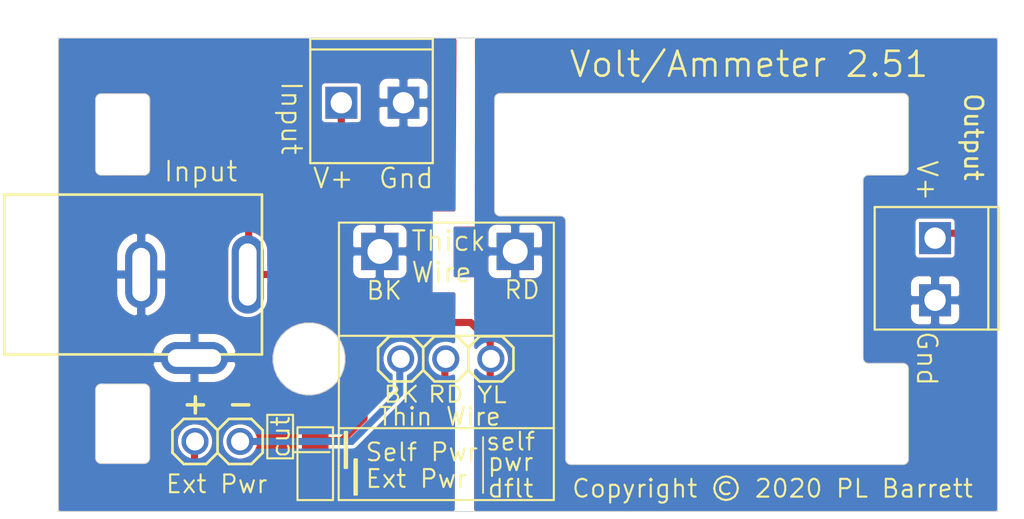
<source format=kicad_pcb>
(kicad_pcb (version 20171130) (host pcbnew "(5.1.6)-1")

  (general
    (thickness 1.6)
    (drawings 83)
    (tracks 32)
    (zones 0)
    (modules 7)
    (nets 6)
  )

  (page A4)
  (layers
    (0 Top signal)
    (31 Bottom signal)
    (32 B.Adhes user)
    (33 F.Adhes user)
    (34 B.Paste user)
    (35 F.Paste user)
    (36 B.SilkS user)
    (37 F.SilkS user)
    (38 B.Mask user)
    (39 F.Mask user)
    (40 Dwgs.User user hide)
    (41 Cmts.User user hide)
    (42 Eco1.User user hide)
    (43 Eco2.User user hide)
    (44 Edge.Cuts user)
    (45 Margin user)
    (46 B.CrtYd user)
    (47 F.CrtYd user)
    (48 B.Fab user hide)
    (49 F.Fab user hide)
  )

  (setup
    (last_trace_width 0.25)
    (user_trace_width 0.254)
    (user_trace_width 0.4)
    (trace_clearance 0.2)
    (zone_clearance 0.508)
    (zone_45_only no)
    (trace_min 0.2)
    (via_size 0.8)
    (via_drill 0.4)
    (via_min_size 0.4)
    (via_min_drill 0.3)
    (uvia_size 0.3)
    (uvia_drill 0.1)
    (uvias_allowed no)
    (uvia_min_size 0.2)
    (uvia_min_drill 0.1)
    (edge_width 0.05)
    (segment_width 0.2)
    (pcb_text_width 0.3)
    (pcb_text_size 1.5 1.5)
    (mod_edge_width 0.12)
    (mod_text_size 1 1)
    (mod_text_width 0.12)
    (pad_size 1 1.5)
    (pad_drill 0)
    (pad_to_mask_clearance 0.05)
    (aux_axis_origin 0 0)
    (grid_origin 126.72865 115.8751)
    (visible_elements 7FFFFFFF)
    (pcbplotparams
      (layerselection 0x010fc_ffffffff)
      (usegerberextensions false)
      (usegerberattributes true)
      (usegerberadvancedattributes true)
      (creategerberjobfile true)
      (excludeedgelayer true)
      (linewidth 0.100000)
      (plotframeref false)
      (viasonmask false)
      (mode 1)
      (useauxorigin false)
      (hpglpennumber 1)
      (hpglpenspeed 20)
      (hpglpendiameter 15.000000)
      (psnegative false)
      (psa4output false)
      (plotreference true)
      (plotvalue true)
      (plotinvisibletext false)
      (padsonsilk false)
      (subtractmaskfromsilk false)
      (outputformat 1)
      (mirror false)
      (drillshape 1)
      (scaleselection 1)
      (outputdirectory ""))
  )

  (net 0 "")
  (net 1 /VCC)
  (net 2 /G)
  (net 3 /GND)
  (net 4 "Net-(J4-Pad1)")
  (net 5 "Net-(J3-Pad3)")

  (net_class Default "This is the default net class."
    (clearance 0.2)
    (trace_width 0.25)
    (via_dia 0.8)
    (via_drill 0.4)
    (uvia_dia 0.3)
    (uvia_drill 0.1)
    (add_net /G)
    (add_net /GND)
    (add_net /VCC)
    (add_net "Net-(J3-Pad3)")
    (add_net "Net-(J4-Pad1)")
  )

  (module VAmeter:SolderJumper-3_P1.3mm_Open_Pad1.0x1.5mm (layer Top) (tedit 5FD684CC) (tstamp 5FC30808)
    (at 139.0969 116.1002 90)
    (descr "SMD Solder 3-pad Jumper, 1x1.5mm Pads, 0.3mm gap, open")
    (tags "solder jumper open")
    (path /60025DA9)
    (attr virtual)
    (fp_text reference JP1 (at 0 -1.8 90) (layer F.SilkS) hide
      (effects (font (size 1 1) (thickness 0.15)))
    )
    (fp_text value JUMPER-SMT_3_NO_NO-SILK (at 0 2 90) (layer F.Fab)
      (effects (font (size 1 1) (thickness 0.15)))
    )
    (fp_line (start 2.3 1.25) (end -2.3 1.25) (layer F.CrtYd) (width 0.05))
    (fp_line (start 2.3 1.25) (end 2.3 -1.25) (layer F.CrtYd) (width 0.05))
    (fp_line (start -2.3 -1.25) (end -2.3 1.25) (layer F.CrtYd) (width 0.05))
    (fp_line (start -2.3 -1.25) (end 2.3 -1.25) (layer F.CrtYd) (width 0.05))
    (fp_line (start -2.05 -1) (end 2.05 -1) (layer F.SilkS) (width 0.12))
    (fp_line (start 2.05 -1) (end 2.05 1) (layer F.SilkS) (width 0.12))
    (fp_line (start 2.05 1) (end -2.05 1) (layer F.SilkS) (width 0.12))
    (fp_line (start -2.05 1) (end -2.05 -1) (layer F.SilkS) (width 0.12))
    (pad 3 smd rect (at 1.3 0 90) (size 1 1.5) (layers Top F.Mask)
      (net 1 /VCC))
    (pad 2 smd rect (at 0 0 90) (size 1 1.5) (layers Top F.Mask)
      (net 1 /VCC))
    (pad 1 smd rect (at -1.3 0 90) (size 1 1.5) (layers Top F.Mask)
      (net 4 "Net-(J4-Pad1)"))
  )

  (module VAmeter:1X02 (layer Top) (tedit 5FD68567) (tstamp 5FC2A563)
    (at 133.5969 114.8502)
    (descr "<b>PIN HEADER</b>")
    (path /5FFF452B)
    (fp_text reference J4 (at -2.6162 -1.8288) (layer F.SilkS) hide
      (effects (font (size 1.2065 1.2065) (thickness 0.127)) (justify right top))
    )
    (fp_text value Conn_01x02 (at -2.54 3.175 180) (layer F.Fab)
      (effects (font (size 1.2065 1.2065) (thickness 0.09652)) (justify left bottom))
    )
    (fp_line (start -2.5273 0.6477) (end -2.54 -0.635) (layer F.CrtYd) (width 0.12))
    (fp_line (start -1.905 1.27) (end -2.5273 0.6477) (layer F.CrtYd) (width 0.12))
    (fp_line (start 1.905 1.27) (end -1.905 1.27) (layer F.CrtYd) (width 0.12))
    (fp_line (start 2.54 0.6223) (end 1.905 1.27) (layer F.CrtYd) (width 0.12))
    (fp_line (start 2.54 -0.635) (end 2.54 0.6223) (layer F.CrtYd) (width 0.12))
    (fp_line (start 1.905 -1.2827) (end 2.54 -0.635) (layer F.CrtYd) (width 0.12))
    (fp_line (start -1.905 -1.2827) (end 1.905 -1.2827) (layer F.CrtYd) (width 0.12))
    (fp_line (start -2.54 -0.635) (end -1.905 -1.2827) (layer F.CrtYd) (width 0.12))
    (fp_poly (pts (xy 1.016 0.254) (xy 1.524 0.254) (xy 1.524 -0.254) (xy 1.016 -0.254)) (layer F.Fab) (width 0))
    (fp_poly (pts (xy -1.524 0.254) (xy -1.016 0.254) (xy -1.016 -0.254) (xy -1.524 -0.254)) (layer F.Fab) (width 0))
    (fp_line (start 0.635 1.27) (end 0 0.635) (layer F.SilkS) (width 0.1524))
    (fp_line (start 1.905 1.27) (end 0.635 1.27) (layer F.SilkS) (width 0.1524))
    (fp_line (start 2.54 0.635) (end 1.905 1.27) (layer F.SilkS) (width 0.1524))
    (fp_line (start 2.54 -0.635) (end 2.54 0.635) (layer F.SilkS) (width 0.1524))
    (fp_line (start 1.905 -1.27) (end 2.54 -0.635) (layer F.SilkS) (width 0.1524))
    (fp_line (start 0.635 -1.27) (end 1.905 -1.27) (layer F.SilkS) (width 0.1524))
    (fp_line (start 0 -0.635) (end 0.635 -1.27) (layer F.SilkS) (width 0.1524))
    (fp_line (start -0.635 1.27) (end -1.905 1.27) (layer F.SilkS) (width 0.1524))
    (fp_line (start -2.54 0.635) (end -1.905 1.27) (layer F.SilkS) (width 0.1524))
    (fp_line (start -1.905 -1.27) (end -2.54 -0.635) (layer F.SilkS) (width 0.1524))
    (fp_line (start -2.54 -0.635) (end -2.54 0.635) (layer F.SilkS) (width 0.1524))
    (fp_line (start 0 0.635) (end -0.635 1.27) (layer F.SilkS) (width 0.1524))
    (fp_line (start 0 -0.635) (end 0 0.635) (layer F.SilkS) (width 0.1524))
    (fp_line (start -0.635 -1.27) (end 0 -0.635) (layer F.SilkS) (width 0.1524))
    (fp_line (start -1.905 -1.27) (end -0.635 -1.27) (layer F.SilkS) (width 0.1524))
    (pad 1 thru_hole circle (at -1.27 0 90) (size 1.524 1.524) (drill 1.016) (layers *.Cu *.Mask)
      (net 4 "Net-(J4-Pad1)") (solder_mask_margin 0.0635))
    (pad 2 thru_hole circle (at 1.27 0 90) (size 1.524 1.524) (drill 1.016) (layers *.Cu *.Mask)
      (net 5 "Net-(J3-Pad3)") (solder_mask_margin 0.0635))
  )

  (module VAmeter:1X03 (layer Top) (tedit 5FD68482) (tstamp 5FC2A552)
    (at 146.4469 110.2002 180)
    (descr "<b>PIN HEADER</b>")
    (path /5FFF19A8)
    (fp_text reference J3 (at -3.8862 -1.8288 180) (layer F.SilkS) hide
      (effects (font (size 1.2065 1.2065) (thickness 0.127)) (justify right top))
    )
    (fp_text value Conn_01x03 (at -3.81 3.175 180) (layer F.Fab) hide
      (effects (font (size 1.2065 1.2065) (thickness 0.1016)) (justify right top))
    )
    (fp_line (start -3.81 -0.6223) (end -3.7973 -0.635) (layer F.CrtYd) (width 0.12))
    (fp_line (start -3.81 0.635) (end -3.81 -0.6223) (layer F.CrtYd) (width 0.12))
    (fp_line (start -3.175 1.27) (end -3.81 0.635) (layer F.CrtYd) (width 0.12))
    (fp_line (start 3.175 1.27) (end -3.175 1.27) (layer F.CrtYd) (width 0.12))
    (fp_line (start 3.81 0.635) (end 3.175 1.27) (layer F.CrtYd) (width 0.12))
    (fp_line (start 3.81 -0.635) (end 3.81 0.635) (layer F.CrtYd) (width 0.12))
    (fp_line (start 3.175 -1.27) (end 3.81 -0.635) (layer F.CrtYd) (width 0.12))
    (fp_line (start -3.175 -1.27) (end 3.175 -1.27) (layer F.CrtYd) (width 0.12))
    (fp_line (start -3.7973 -0.635) (end -3.175 -1.27) (layer F.CrtYd) (width 0.12))
    (fp_poly (pts (xy 2.286 0.254) (xy 2.794 0.254) (xy 2.794 -0.254) (xy 2.286 -0.254)) (layer F.Fab) (width 0))
    (fp_poly (pts (xy -2.794 0.254) (xy -2.286 0.254) (xy -2.286 -0.254) (xy -2.794 -0.254)) (layer F.Fab) (width 0))
    (fp_poly (pts (xy -0.254 0.254) (xy 0.254 0.254) (xy 0.254 -0.254) (xy -0.254 -0.254)) (layer F.Fab) (width 0))
    (fp_line (start 1.905 1.27) (end 1.27 0.635) (layer F.SilkS) (width 0.1524))
    (fp_line (start 3.175 1.27) (end 1.905 1.27) (layer F.SilkS) (width 0.1524))
    (fp_line (start 3.81 0.635) (end 3.175 1.27) (layer F.SilkS) (width 0.1524))
    (fp_line (start 3.81 -0.635) (end 3.81 0.635) (layer F.SilkS) (width 0.1524))
    (fp_line (start 3.175 -1.27) (end 3.81 -0.635) (layer F.SilkS) (width 0.1524))
    (fp_line (start 1.905 -1.27) (end 3.175 -1.27) (layer F.SilkS) (width 0.1524))
    (fp_line (start 1.27 -0.635) (end 1.905 -1.27) (layer F.SilkS) (width 0.1524))
    (fp_line (start -1.905 1.27) (end -3.175 1.27) (layer F.SilkS) (width 0.1524))
    (fp_line (start -3.81 0.635) (end -3.175 1.27) (layer F.SilkS) (width 0.1524))
    (fp_line (start -3.175 -1.27) (end -3.81 -0.635) (layer F.SilkS) (width 0.1524))
    (fp_line (start -3.81 -0.635) (end -3.81 0.635) (layer F.SilkS) (width 0.1524))
    (fp_line (start -0.635 1.27) (end -1.27 0.635) (layer F.SilkS) (width 0.1524))
    (fp_line (start 0.635 1.27) (end -0.635 1.27) (layer F.SilkS) (width 0.1524))
    (fp_line (start 1.27 0.635) (end 0.635 1.27) (layer F.SilkS) (width 0.1524))
    (fp_line (start 1.27 -0.635) (end 1.27 0.635) (layer F.SilkS) (width 0.1524))
    (fp_line (start 0.635 -1.27) (end 1.27 -0.635) (layer F.SilkS) (width 0.1524))
    (fp_line (start -0.635 -1.27) (end 0.635 -1.27) (layer F.SilkS) (width 0.1524))
    (fp_line (start -1.27 -0.635) (end -0.635 -1.27) (layer F.SilkS) (width 0.1524))
    (fp_line (start -1.27 0.635) (end -1.905 1.27) (layer F.SilkS) (width 0.1524))
    (fp_line (start -1.27 -0.635) (end -1.27 0.635) (layer F.SilkS) (width 0.1524))
    (fp_line (start -1.905 -1.27) (end -1.27 -0.635) (layer F.SilkS) (width 0.1524))
    (fp_line (start -3.175 -1.27) (end -1.905 -1.27) (layer F.SilkS) (width 0.1524))
    (pad 1 thru_hole circle (at -2.54 0 270) (size 1.524 1.524) (drill 1.016) (layers *.Cu *.Mask)
      (net 1 /VCC) (solder_mask_margin 0.0635))
    (pad 2 thru_hole circle (at 0 0 270) (size 1.524 1.524) (drill 1.016) (layers *.Cu *.Mask)
      (net 1 /VCC) (solder_mask_margin 0.0635))
    (pad 3 thru_hole circle (at 2.54 0 270) (size 1.524 1.524) (drill 1.016) (layers *.Cu *.Mask)
      (net 5 "Net-(J3-Pad3)") (solder_mask_margin 0.0635))
  )

  (module VAmeter:DC_Conn_PJ-002A (layer Top) (tedit 5FD68463) (tstamp 5FC1CE22)
    (at 121.5969 105.4502)
    (path /5FFC3DC2)
    (fp_text reference J2 (at 5 5.5) (layer F.SilkS) hide
      (effects (font (size 1 1) (thickness 0.15)))
    )
    (fp_text value Barrel_Jack (at 7 -3) (layer F.Fab)
      (effects (font (size 1 1) (thickness 0.15)))
    )
    (fp_line (start 0 -4.5) (end 0 4.5) (layer F.CrtYd) (width 0.12))
    (fp_line (start 14.5 -4.5) (end 0 -4.5) (layer F.CrtYd) (width 0.12))
    (fp_line (start 14.5 4.5) (end 14.5 -4.5) (layer F.CrtYd) (width 0.12))
    (fp_line (start 0 4.5) (end 14.5 4.5) (layer F.CrtYd) (width 0.12))
    (fp_line (start 0 -4.5) (end 0 4.5) (layer F.SilkS) (width 0.15))
    (fp_line (start 14.5 -4.5) (end 0 -4.5) (layer F.SilkS) (width 0.15))
    (fp_line (start 14.5 4.5) (end 14.5 -4.5) (layer F.SilkS) (width 0.15))
    (fp_line (start 0 4.5) (end 14.5 4.5) (layer F.SilkS) (width 0.15))
    (pad 1 thru_hole oval (at 13.7 0) (size 1.8 4.4) (drill oval 1 3.5) (layers *.Cu *.Mask)
      (net 1 /VCC))
    (pad 2 thru_hole oval (at 7.7 0) (size 1.8 3.8) (drill oval 1 3) (layers *.Cu *.Mask)
      (net 2 /G))
    (pad 3 thru_hole oval (at 10.7 4.7) (size 3.8 1.8) (drill oval 3 1) (layers *.Cu *.Mask)
      (net 2 /G))
  )

  (module VAmeter:T35-2 (layer Top) (tedit 5FD68447) (tstamp 5FC18BFC)
    (at 142.31615 95.7776 180)
    (path /5FBB0881)
    (fp_text reference J1 (at -3.5 -3.5 180) (layer F.SilkS) hide
      (effects (font (size 1.2065 1.2065) (thickness 0.1016)) (justify left bottom))
    )
    (fp_text value Screw_Terminal_01x02 (at 0 0 180) (layer F.SilkS) hide
      (effects (font (size 1.27 1.27) (thickness 0.15)))
    )
    (fp_line (start 3.3909 2.9591) (end -3.2766 2.9972) (layer F.CrtYd) (width 0.12))
    (fp_line (start 3.4036 -3.3528) (end 3.3909 2.9591) (layer F.CrtYd) (width 0.12))
    (fp_line (start -3.2766 -3.3782) (end 3.4036 -3.3528) (layer F.CrtYd) (width 0.12))
    (fp_line (start -3.2766 2.9972) (end -3.2766 -3.3782) (layer F.CrtYd) (width 0.12))
    (fp_line (start 3.5 -3.4) (end -3.4 -3.4) (layer F.SilkS) (width 0.127))
    (fp_line (start -3.4 -3.4) (end -3.4 3) (layer F.SilkS) (width 0.127))
    (fp_line (start -3.4 3) (end -3.4 3.6) (layer F.SilkS) (width 0.127))
    (fp_line (start -3.4 3.6) (end 3.5 3.6) (layer F.SilkS) (width 0.127))
    (fp_line (start 3.5 3.6) (end 3.5 3) (layer F.SilkS) (width 0.127))
    (fp_line (start 3.5 3) (end 3.5 -3.4) (layer F.SilkS) (width 0.127))
    (fp_line (start 3.5 3) (end -3.4 3) (layer F.SilkS) (width 0.127))
    (pad 1 thru_hole rect (at 1.75 0 180) (size 1.8 1.8) (drill 1.2) (layers *.Cu *.Mask)
      (net 1 /VCC) (solder_mask_margin 0.0635))
    (pad 2 thru_hole rect (at -1.75 0 180) (size 1.8 1.8) (drill 1.2) (layers *.Cu *.Mask)
      (net 2 /G) (solder_mask_margin 0.0635))
  )

  (module VAmeter:LG-2-PIN (layer Top) (tedit 5FD684B1) (tstamp 5FC2A575)
    (at 146.5469 104.1502 180)
    (path /5FFF4D9D)
    (fp_text reference J6 (at -2.54 -2.54 180) (layer F.SilkS) hide
      (effects (font (size 0.9652 0.9652) (thickness 0.08128)) (justify right top))
    )
    (fp_text value Conn_01x02 (at 0 0 180) (layer F.SilkS) hide
      (effects (font (size 1.27 1.27) (thickness 0.15)) (justify right top))
    )
    (fp_line (start 2.6035 1.2065) (end 2.6035 -1.2192) (layer F.CrtYd) (width 0.12))
    (fp_line (start 5.08 1.2192) (end 2.6035 1.2065) (layer F.CrtYd) (width 0.12))
    (fp_line (start 5.0927 -1.2319) (end 5.08 1.2192) (layer F.CrtYd) (width 0.12))
    (fp_line (start 2.6035 -1.2192) (end 5.0927 -1.2319) (layer F.CrtYd) (width 0.12))
    (fp_line (start -5.0292 1.1938) (end -5.0038 -1.1938) (layer F.CrtYd) (width 0.12))
    (fp_line (start -2.5527 1.1938) (end -5.0292 1.1938) (layer F.CrtYd) (width 0.12))
    (fp_line (start -2.5527 -1.1938) (end -2.5527 1.1938) (layer F.CrtYd) (width 0.12))
    (fp_line (start -5.0038 -1.1938) (end -2.5527 -1.1938) (layer F.CrtYd) (width 0.12))
    (pad 1 thru_hole rect (at -3.81 0 180) (size 2.1 2.1) (drill 1.4) (layers *.Cu *.Mask)
      (net 3 /GND) (solder_mask_margin 0.1016))
    (pad 2 thru_hole rect (at 3.81 0 180) (size 2.1 2.1) (drill 1.4) (layers *.Cu *.Mask)
      (net 2 /G) (solder_mask_margin 0.1016))
  )

  (module VAmeter:T35-2 (layer Top) (tedit 5FD68447) (tstamp 5FBAFFCE)
    (at 173.9969 105.1502 90)
    (path /5FBB1709)
    (fp_text reference J5 (at -3.5 -3.5 -90) (layer F.SilkS) hide
      (effects (font (size 1.2065 1.2065) (thickness 0.1016)) (justify right bottom))
    )
    (fp_text value Screw_Terminal_01x02 (at 0 0 -90) (layer F.SilkS) hide
      (effects (font (size 1.27 1.27) (thickness 0.15)))
    )
    (fp_line (start 3.5 3) (end -3.4 3) (layer F.SilkS) (width 0.127))
    (fp_line (start 3.5 3) (end 3.5 -3.4) (layer F.SilkS) (width 0.127))
    (fp_line (start 3.5 3.6) (end 3.5 3) (layer F.SilkS) (width 0.127))
    (fp_line (start -3.4 3.6) (end 3.5 3.6) (layer F.SilkS) (width 0.127))
    (fp_line (start -3.4 3) (end -3.4 3.6) (layer F.SilkS) (width 0.127))
    (fp_line (start -3.4 -3.4) (end -3.4 3) (layer F.SilkS) (width 0.127))
    (fp_line (start 3.5 -3.4) (end -3.4 -3.4) (layer F.SilkS) (width 0.127))
    (fp_line (start -3.2766 2.9972) (end -3.2766 -3.3782) (layer F.CrtYd) (width 0.12))
    (fp_line (start -3.2766 -3.3782) (end 3.4036 -3.3528) (layer F.CrtYd) (width 0.12))
    (fp_line (start 3.4036 -3.3528) (end 3.3909 2.9591) (layer F.CrtYd) (width 0.12))
    (fp_line (start 3.3909 2.9591) (end -3.2766 2.9972) (layer F.CrtYd) (width 0.12))
    (pad 1 thru_hole rect (at 1.75 0 90) (size 1.8 1.8) (drill 1.2) (layers *.Cu *.Mask)
      (net 1 /VCC) (solder_mask_margin 0.0635))
    (pad 2 thru_hole rect (at -1.75 0 90) (size 1.8 1.8) (drill 1.2) (layers *.Cu *.Mask)
      (net 3 /GND) (solder_mask_margin 0.0635))
  )

  (gr_text "Copyright © 2020 PL Barrett" (at 164.8469 117.5002) (layer F.SilkS)
    (effects (font (size 1 1) (thickness 0.12)))
  )
  (gr_line (start 148.5469 114.6002) (end 148.5469 117.7502) (layer F.SilkS) (width 0.1))
  (gr_text dflt (at 150.0969 117.5002) (layer F.SilkS)
    (effects (font (size 1 1) (thickness 0.12)))
  )
  (gr_text pwr (at 150.0969 116.0002) (layer F.SilkS)
    (effects (font (size 1 1) (thickness 0.12)))
  )
  (gr_text self (at 150.0969 114.8502) (layer F.SilkS)
    (effects (font (size 1 1) (thickness 0.12)))
  )
  (gr_line (start 137.8469 115.8002) (end 137.8469 114.9502) (layer F.SilkS) (width 0.12) (tstamp 5FC30B8C))
  (gr_line (start 136.3969 115.8002) (end 137.8469 115.8002) (layer F.SilkS) (width 0.12))
  (gr_line (start 136.3969 113.3502) (end 136.3969 115.8002) (layer F.SilkS) (width 0.12) (tstamp 5FC30DC3))
  (gr_line (start 137.8469 113.3502) (end 136.3969 113.3502) (layer F.SilkS) (width 0.12))
  (gr_line (start 137.8469 114.9502) (end 137.8469 113.3502) (layer F.SilkS) (width 0.12))
  (gr_text cut (at 137.1469 114.6002 90) (layer F.SilkS)
    (effects (font (size 1 1) (thickness 0.12)))
  )
  (gr_line (start 139.8969 115.4502) (end 137.8469 115.4502) (layer F.SilkS) (width 0.12))
  (gr_poly (pts (xy 141.4469 117.8502) (xy 141.2969 117.8502) (xy 141.2969 115.8502) (xy 141.4469 115.8502)) (layer F.SilkS) (width 0.1))
  (gr_poly (pts (xy 140.8969 116.3502) (xy 140.7469 116.3502) (xy 140.7469 114.3002) (xy 140.8969 114.3002)) (layer F.SilkS) (width 0.1))
  (gr_line (start 140.4469 114.1002) (end 152.5469 114.1002) (layer F.SilkS) (width 0.12))
  (gr_text - (at 134.8969 112.7002) (layer F.SilkS)
    (effects (font (size 1.2 1.2) (thickness 0.2)))
  )
  (gr_text + (at 132.3469 112.7002) (layer F.SilkS)
    (effects (font (size 1.2 1.2) (thickness 0.2)))
  )
  (gr_text "Ext Pwr" (at 133.5469 117.2502) (layer F.SilkS)
    (effects (font (size 1 1) (thickness 0.12)))
  )
  (gr_text "Ext Pwr" (at 144.7969 116.9502) (layer F.SilkS)
    (effects (font (size 1 1) (thickness 0.12)))
  )
  (gr_text "Self Pwr" (at 145.0969 115.4502) (layer F.SilkS)
    (effects (font (size 1 1) (thickness 0.12)))
  )
  (gr_text BK (at 143.9469 112.2002) (layer F.SilkS)
    (effects (font (size 0.9 1) (thickness 0.12)))
  )
  (gr_circle (center 138.7469 110.2002) (end 140.769275 110.2002) (layer Edge.Cuts) (width 0.05) (tstamp 5FD429CF))
  (gr_arc (start 152.8969 102.4502) (end 153.1969 102.4502) (angle -90) (layer Edge.Cuts) (width 0.05))
  (gr_arc (start 149.4969 101.8502) (end 149.1969 101.8502) (angle -90) (layer Edge.Cuts) (width 0.05))
  (gr_line (start 152.8969 102.1502) (end 149.4969 102.1502) (layer Edge.Cuts) (width 0.05))
  (gr_line (start 149.1969 95.5502) (end 149.1969 101.8502) (layer Edge.Cuts) (width 0.05))
  (gr_arc (start 149.4969 95.5502) (end 149.4969 95.2502) (angle -90) (layer Edge.Cuts) (width 0.05))
  (gr_arc (start 153.4969 115.8502) (end 153.1969 115.8502) (angle -90) (layer Edge.Cuts) (width 0.05))
  (gr_arc (start 172.1969 115.8502) (end 172.1969 116.1502) (angle -90) (layer Edge.Cuts) (width 0.05))
  (gr_line (start 172.4969 110.7502) (end 172.4969 115.8502) (layer Edge.Cuts) (width 0.05))
  (gr_arc (start 172.1969 95.5502) (end 172.4969 95.5502) (angle -90) (layer Edge.Cuts) (width 0.05))
  (gr_line (start 172.4969 99.5502) (end 172.4969 95.5502) (layer Edge.Cuts) (width 0.05))
  (gr_arc (start 172.1969 99.5502) (end 172.1969 99.8502) (angle -90) (layer Edge.Cuts) (width 0.05))
  (gr_line (start 170.2469 99.8502) (end 172.1969 99.8502) (layer Edge.Cuts) (width 0.05))
  (gr_arc (start 170.2469 100.1502) (end 170.2469 99.8502) (angle -90) (layer Edge.Cuts) (width 0.05))
  (gr_arc (start 170.2469 110.1502) (end 169.9469 110.1502) (angle -90) (layer Edge.Cuts) (width 0.05))
  (gr_arc (start 172.1969 110.7502) (end 172.4969 110.7502) (angle -90) (layer Edge.Cuts) (width 0.05))
  (gr_line (start 170.2469 110.4502) (end 172.1969 110.4502) (layer Edge.Cuts) (width 0.05))
  (gr_line (start 169.9469 100.1502) (end 169.9469 110.1502) (layer Edge.Cuts) (width 0.05) (tstamp 100CB330))
  (gr_line (start 152.5323 118.1502) (end 152.5323 108.95) (layer F.SilkS) (width 0.12) (tstamp 5FC1FBCE))
  (gr_line (start 140.41615 118.1502) (end 152.5323 118.1502) (layer F.SilkS) (width 0.12))
  (gr_line (start 140.4323 110.25) (end 140.41615 118.1502) (layer F.SilkS) (width 0.12))
  (gr_text Input (at 132.6469 99.6502) (layer F.SilkS) (tstamp 5FC1DC34)
    (effects (font (size 1.1 1.1) (thickness 0.12)))
  )
  (gr_line (start 152.5323 108.95) (end 152.5323 102.5264) (layer F.SilkS) (width 0.12) (tstamp 5FC1D5AC))
  (gr_line (start 140.4323 108.9002) (end 152.4969 108.9002) (layer F.SilkS) (width 0.12))
  (gr_line (start 140.4323 102.5264) (end 140.4323 110.25) (layer F.SilkS) (width 0.12))
  (gr_line (start 152.4323 102.5264) (end 140.4323 102.5264) (layer F.SilkS) (width 0.12))
  (gr_text RD (at 150.74 106.3182) (layer F.SilkS)
    (effects (font (size 1 1) (thickness 0.12)))
  )
  (gr_text BK (at 142.9803 106.3563) (layer F.SilkS)
    (effects (font (size 1 1) (thickness 0.12)))
  )
  (gr_text "Thick\nWire" (at 144.42865 105.9751) (layer F.SilkS) (tstamp 106C6DC0)
    (effects (font (size 1.1 1.1) (thickness 0.12)) (justify left bottom))
  )
  (gr_text YL (at 149.0469 112.23) (layer F.SilkS)
    (effects (font (size 0.9 1) (thickness 0.12)))
  )
  (gr_text RD (at 146.4469 112.2002) (layer F.SilkS)
    (effects (font (size 0.9 1) (thickness 0.12)))
  )
  (gr_text "Thin Wire" (at 146.0969 113.4502) (layer F.SilkS)
    (effects (font (size 1 1) (thickness 0.12)))
  )
  (gr_text V+ (at 173.5397 100.1718 270) (layer F.SilkS) (tstamp 5FC18F47)
    (effects (font (size 1.1 1.1) (thickness 0.12)))
  )
  (gr_text Gnd (at 173.5397 110.1794 270) (layer F.SilkS) (tstamp 5FC18F46)
    (effects (font (size 1.1 1.1) (thickness 0.12)))
  )
  (gr_text Gnd (at 144.21615 100.03) (layer F.SilkS)
    (effects (font (size 1.1 1.1) (thickness 0.12)))
  )
  (gr_text V+ (at 140.11615 100.03) (layer F.SilkS)
    (effects (font (size 1.1 1.1) (thickness 0.12)))
  )
  (gr_text Output (at 176.1559 97.708 270) (layer F.SilkS)
    (effects (font (size 1 1) (thickness 0.15)))
  )
  (gr_text Input (at 137.7511 96.6412 270) (layer F.SilkS)
    (effects (font (size 1.1 1.1) (thickness 0.12)))
  )
  (gr_line (start 127.04615 116.0926) (end 129.45915 116.0926) (layer Edge.Cuts) (width 0.05) (tstamp 100CA890))
  (gr_arc (start 127.04615 95.5866) (end 127.04615 95.2691) (angle -90) (layer Edge.Cuts) (width 0.05) (tstamp 100CA570))
  (gr_arc (start 129.45915 95.5866) (end 129.77665 95.5866) (angle -90) (layer Edge.Cuts) (width 0.05) (tstamp 100CB970))
  (gr_line (start 124.6323 118.79) (end 177.51615 118.79) (layer Edge.Cuts) (width 0.05) (tstamp 100CBAB0))
  (gr_line (start 177.51615 118.79) (end 177.51615 92.13) (layer Edge.Cuts) (width 0.05) (tstamp 100CA070))
  (gr_line (start 177.51615 92.13) (end 124.6323 92.13) (layer Edge.Cuts) (width 0.05) (tstamp 100CA7F0))
  (gr_line (start 124.6323 92.13) (end 124.6323 118.79) (layer Edge.Cuts) (width 0.05) (tstamp 100CBB50))
  (gr_line (start 129.45915 95.2691) (end 127.04615 95.2691) (layer Edge.Cuts) (width 0.05) (tstamp 100CA250))
  (gr_line (start 126.72865 95.5866) (end 126.72865 99.5375) (layer Edge.Cuts) (width 0.05) (tstamp 100CA2F0))
  (gr_line (start 126.72865 111.9313) (end 126.72865 115.7751) (layer Edge.Cuts) (width 0.05) (tstamp 100CA390))
  (gr_line (start 129.45915 99.8561) (end 127.04615 99.855) (layer Edge.Cuts) (width 0.05) (tstamp 100CA930))
  (gr_line (start 127.04615 111.6138) (end 129.45915 111.6149) (layer Edge.Cuts) (width 0.05) (tstamp 5FC20E2A))
  (gr_arc (start 127.04615 99.5375) (end 126.72865 99.5375) (angle -90) (layer Edge.Cuts) (width 0.05) (tstamp 100CABB0))
  (gr_arc (start 127.04615 115.7751) (end 126.72865 115.7751) (angle -90) (layer Edge.Cuts) (width 0.05) (tstamp 100CAC50))
  (gr_arc (start 127.04615 111.9313) (end 127.04615 111.6138) (angle -90) (layer Edge.Cuts) (width 0.05) (tstamp 5FC20E27))
  (gr_arc (start 129.45915 115.7751) (end 129.77665 115.7751) (angle 90) (layer Edge.Cuts) (width 0.05) (tstamp 100CBD30))
  (gr_line (start 129.77665 95.5866) (end 129.77665 99.5386) (layer Edge.Cuts) (width 0.05) (tstamp 100CACF0))
  (gr_arc (start 129.45915 99.5386) (end 129.77665 99.5386) (angle 90) (layer Edge.Cuts) (width 0.05) (tstamp 100CAE30))
  (gr_line (start 129.77665 115.7751) (end 129.77665 111.9324) (layer Edge.Cuts) (width 0.05) (tstamp 100CAF70))
  (gr_arc (start 129.45915 111.9324) (end 129.77665 111.9324) (angle -90) (layer Edge.Cuts) (width 0.05) (tstamp 5FC20E24))
  (gr_line (start 153.1969 102.4502) (end 153.1969 115.8502) (layer Edge.Cuts) (width 0.05) (tstamp 5FC208E7))
  (gr_line (start 172.1969 95.2502) (end 149.4969 95.2502) (layer Edge.Cuts) (width 0.05) (tstamp 100CB150))
  (gr_line (start 172.1969 116.1502) (end 153.4969 116.1502) (layer Edge.Cuts) (width 0.05) (tstamp 100CB5B0))
  (gr_text "Volt/Ammeter 2.51" (at 163.51615 94.43) (layer F.SilkS) (tstamp 106C5560)
    (effects (font (size 1.4 1.4) (thickness 0.15)) (justify bottom))
  )

  (segment (start 140.56615 97.38095) (end 135.3469 102.6002) (width 0.4) (layer Top) (net 1))
  (segment (start 140.56615 95.7776) (end 140.56615 97.38095) (width 0.4) (layer Top) (net 1))
  (segment (start 139.1469 105.4502) (end 141.8469 108.1502) (width 0.4) (layer Top) (net 1))
  (segment (start 135.3469 102.6002) (end 135.3469 105.4502) (width 0.4) (layer Top) (net 1))
  (segment (start 135.3469 105.4502) (end 139.1469 105.4502) (width 0.4) (layer Top) (net 1))
  (segment (start 175.7698 103.7455) (end 175.1501 103.1258) (width 0.4) (layer Top) (net 1))
  (segment (start 175.7698 116.0518) (end 175.7698 103.7455) (width 0.4) (layer Top) (net 1))
  (segment (start 175.1501 103.1258) (end 173.5219 103.1258) (width 0.4) (layer Top) (net 1))
  (segment (start 141.8469 108.1502) (end 147.8469 108.1502) (width 0.4) (layer Top) (net 1))
  (segment (start 174.2762 117.5454) (end 175.7698 116.0518) (width 0.4) (layer Top) (net 1))
  (segment (start 148.9469 109.2502) (end 148.9469 114.7002) (width 0.4) (layer Top) (net 1))
  (segment (start 148.9469 114.7002) (end 151.7921 117.5454) (width 0.4) (layer Top) (net 1))
  (segment (start 147.8469 108.1502) (end 148.9469 109.2502) (width 0.4) (layer Top) (net 1))
  (segment (start 151.7921 117.5454) (end 174.2762 117.5454) (width 0.4) (layer Top) (net 1))
  (segment (start 141.8469 112.1002) (end 141.8469 108.1502) (width 0.4) (layer Top) (net 1))
  (segment (start 141.8469 113.5502) (end 141.8469 112.1002) (width 0.4) (layer Top) (net 1))
  (segment (start 139.0969 114.8002) (end 140.5969 114.8002) (width 0.4) (layer Top) (net 1))
  (segment (start 140.5969 114.8002) (end 141.8469 113.5502) (width 0.4) (layer Top) (net 1))
  (segment (start 139.0969 116.1002) (end 139.0969 114.8002) (width 0.4) (layer Top) (net 1))
  (segment (start 139.0969 114.8002) (end 139.0969 114.7502) (width 0.4) (layer Top) (net 1))
  (segment (start 146.3969 112.4502) (end 146.3969 110.2002) (width 0.4) (layer Top) (net 1))
  (segment (start 139.0969 116.1002) (end 142.7469 116.1002) (width 0.4) (layer Top) (net 1))
  (segment (start 142.7469 116.1002) (end 146.3969 112.4502) (width 0.4) (layer Top) (net 1))
  (segment (start 144.2001 95.7776) (end 144.2001 96.1586) (width 0.4) (layer Top) (net 2))
  (segment (start 144.2001 96.1586) (end 144.0823 96.2764) (width 0.4) (layer Top) (net 2))
  (segment (start 144.0503 95.79585) (end 144.11615 95.73) (width 0.4) (layer Top) (net 2))
  (segment (start 132.2969 116.3002) (end 132.2969 114.8502) (width 0.4) (layer Top) (net 4))
  (segment (start 139.0969 117.4002) (end 133.3969 117.4002) (width 0.4) (layer Top) (net 4))
  (segment (start 133.3969 117.4002) (end 132.2969 116.3002) (width 0.4) (layer Top) (net 4))
  (segment (start 143.8569 112.1402) (end 143.8569 110.2002) (width 0.4) (layer Bottom) (net 5))
  (segment (start 134.8369 114.8502) (end 141.1469 114.8502) (width 0.4) (layer Bottom) (net 5))
  (segment (start 141.1469 114.8502) (end 143.8569 112.1402) (width 0.4) (layer Bottom) (net 5))

  (zone (net 3) (net_name /GND) (layer Top) (tstamp 10290700) (hatch edge 0.508)
    (priority 6)
    (connect_pads (clearance 0.000001))
    (min_thickness 0.2032)
    (fill yes (arc_segments 32) (thermal_gap 0.4564) (thermal_bridge_width 0.4564))
    (polygon
      (pts
        (xy 179.01615 119.03) (xy 148.0469 119.2502) (xy 148.0469 105.6002) (xy 146.8969 105.6002) (xy 146.881525 102.7502)
        (xy 148.109841 102.750201) (xy 148.08396 90.900198) (xy 179.01615 90.83)
      )
    )
    (filled_polygon
      (pts
        (xy 177.389549 118.663399) (xy 148.1485 118.663399) (xy 148.1485 110.859875) (xy 148.160748 110.878205) (xy 148.308895 111.026352)
        (xy 148.4453 111.117495) (xy 148.445301 114.675552) (xy 148.442873 114.7002) (xy 148.452559 114.79853) (xy 148.48124 114.893082)
        (xy 148.527817 114.980222) (xy 148.56008 115.019533) (xy 148.5905 115.056601) (xy 148.609643 115.072311) (xy 151.419993 117.882663)
        (xy 151.435699 117.901801) (xy 151.512078 117.964483) (xy 151.599217 118.01106) (xy 151.693769 118.039742) (xy 151.767459 118.047)
        (xy 151.767468 118.047) (xy 151.792099 118.049426) (xy 151.81673 118.047) (xy 174.251562 118.047) (xy 174.2762 118.049427)
        (xy 174.300838 118.047) (xy 174.300841 118.047) (xy 174.374531 118.039742) (xy 174.469083 118.01106) (xy 174.556222 117.964483)
        (xy 174.632601 117.901801) (xy 174.648316 117.882652) (xy 176.107063 116.423907) (xy 176.126201 116.408201) (xy 176.188883 116.331822)
        (xy 176.23546 116.244683) (xy 176.264142 116.150131) (xy 176.2714 116.076441) (xy 176.2714 116.076432) (xy 176.273826 116.051801)
        (xy 176.2714 116.02717) (xy 176.2714 103.770138) (xy 176.273827 103.745499) (xy 176.2714 103.720859) (xy 176.264142 103.647169)
        (xy 176.23546 103.552617) (xy 176.188883 103.465478) (xy 176.126201 103.389099) (xy 176.107062 103.373393) (xy 175.522216 102.788548)
        (xy 175.506501 102.769399) (xy 175.430122 102.706717) (xy 175.342983 102.66014) (xy 175.248431 102.631458) (xy 175.199959 102.626684)
        (xy 175.199959 102.5002) (xy 175.194136 102.441076) (xy 175.17689 102.384224) (xy 175.148884 102.331829) (xy 175.111195 102.285905)
        (xy 175.065271 102.248216) (xy 175.012876 102.22021) (xy 174.956024 102.202964) (xy 174.8969 102.197141) (xy 173.0969 102.197141)
        (xy 173.037776 102.202964) (xy 172.980924 102.22021) (xy 172.928529 102.248216) (xy 172.882605 102.285905) (xy 172.844916 102.331829)
        (xy 172.81691 102.384224) (xy 172.799664 102.441076) (xy 172.793841 102.5002) (xy 172.793841 104.3002) (xy 172.799664 104.359324)
        (xy 172.81691 104.416176) (xy 172.844916 104.468571) (xy 172.882605 104.514495) (xy 172.928529 104.552184) (xy 172.980924 104.58019)
        (xy 173.037776 104.597436) (xy 173.0969 104.603259) (xy 174.8969 104.603259) (xy 174.956024 104.597436) (xy 175.012876 104.58019)
        (xy 175.065271 104.552184) (xy 175.111195 104.514495) (xy 175.148884 104.468571) (xy 175.17689 104.416176) (xy 175.194136 104.359324)
        (xy 175.199959 104.3002) (xy 175.199959 103.885028) (xy 175.268201 103.95327) (xy 175.268201 105.583065) (xy 175.208408 105.533995)
        (xy 175.111471 105.482181) (xy 175.006287 105.450274) (xy 174.8969 105.4395) (xy 174.263 105.4422) (xy 174.1235 105.5817)
        (xy 174.1235 106.7736) (xy 174.1435 106.7736) (xy 174.1435 107.0268) (xy 174.1235 107.0268) (xy 174.1235 108.2187)
        (xy 174.263 108.3582) (xy 174.8969 108.3609) (xy 175.006287 108.350126) (xy 175.111471 108.318219) (xy 175.208408 108.266405)
        (xy 175.268201 108.217335) (xy 175.2682 115.84403) (xy 174.068432 117.0438) (xy 151.99987 117.0438) (xy 149.4485 114.492432)
        (xy 149.4485 111.160231) (xy 149.490703 111.14275) (xy 149.664905 111.026352) (xy 149.813052 110.878205) (xy 149.92945 110.704003)
        (xy 150.009626 110.510441) (xy 150.0505 110.304955) (xy 150.0505 110.095445) (xy 150.009626 109.889959) (xy 149.92945 109.696397)
        (xy 149.813052 109.522195) (xy 149.664905 109.374048) (xy 149.490703 109.25765) (xy 149.45 109.24079) (xy 149.4485 109.225559)
        (xy 149.441242 109.151869) (xy 149.41256 109.057317) (xy 149.365983 108.970177) (xy 149.339506 108.937915) (xy 149.303301 108.893799)
        (xy 149.284157 108.878088) (xy 148.219016 107.812948) (xy 148.203301 107.793799) (xy 148.1485 107.748825) (xy 148.1485 105.6002)
        (xy 148.146548 105.580379) (xy 148.140766 105.561319) (xy 148.131377 105.543754) (xy 148.118742 105.528358) (xy 148.103346 105.515723)
        (xy 148.085781 105.506334) (xy 148.066721 105.500552) (xy 148.0469 105.4986) (xy 146.997954 105.4986) (xy 146.996345 105.2002)
        (xy 148.7462 105.2002) (xy 148.756974 105.309587) (xy 148.788881 105.414771) (xy 148.840695 105.511708) (xy 148.910425 105.596675)
        (xy 148.995392 105.666405) (xy 149.092329 105.718219) (xy 149.197513 105.750126) (xy 149.3069 105.7609) (xy 150.0908 105.7582)
        (xy 150.2303 105.6187) (xy 150.2303 104.2768) (xy 150.4835 104.2768) (xy 150.4835 105.6187) (xy 150.623 105.7582)
        (xy 151.4069 105.7609) (xy 151.516287 105.750126) (xy 151.621471 105.718219) (xy 151.718408 105.666405) (xy 151.803375 105.596675)
        (xy 151.873105 105.511708) (xy 151.924919 105.414771) (xy 151.956826 105.309587) (xy 151.9676 105.2002) (xy 151.9649 104.4163)
        (xy 151.8254 104.2768) (xy 150.4835 104.2768) (xy 150.2303 104.2768) (xy 148.8884 104.2768) (xy 148.7489 104.4163)
        (xy 148.7462 105.2002) (xy 146.996345 105.2002) (xy 146.985016 103.1002) (xy 148.7462 103.1002) (xy 148.7489 103.8841)
        (xy 148.8884 104.0236) (xy 150.2303 104.0236) (xy 150.2303 102.6817) (xy 150.4835 102.6817) (xy 150.4835 104.0236)
        (xy 151.8254 104.0236) (xy 151.9649 103.8841) (xy 151.9676 103.1002) (xy 151.956826 102.990813) (xy 151.924919 102.885629)
        (xy 151.873105 102.788692) (xy 151.803375 102.703725) (xy 151.718408 102.633995) (xy 151.621471 102.582181) (xy 151.516287 102.550274)
        (xy 151.4069 102.5395) (xy 150.623 102.5422) (xy 150.4835 102.6817) (xy 150.2303 102.6817) (xy 150.0908 102.5422)
        (xy 149.3069 102.5395) (xy 149.197513 102.550274) (xy 149.092329 102.582181) (xy 148.995392 102.633995) (xy 148.910425 102.703725)
        (xy 148.840695 102.788692) (xy 148.788881 102.885629) (xy 148.756974 102.990813) (xy 148.7462 103.1002) (xy 146.985016 103.1002)
        (xy 146.983675 102.8518) (xy 148.109841 102.851801) (xy 148.129662 102.849849) (xy 148.148722 102.844067) (xy 148.166287 102.834678)
        (xy 148.181683 102.822043) (xy 148.194318 102.806647) (xy 148.203707 102.789082) (xy 148.209489 102.770022) (xy 148.211441 102.749979)
        (xy 148.195703 95.543986) (xy 149.070299 95.543986) (xy 149.0703 101.856415) (xy 149.07084 101.861899) (xy 149.070827 101.863768)
        (xy 149.071 101.865527) (xy 149.07712 101.923756) (xy 149.079422 101.934972) (xy 149.081577 101.946268) (xy 149.082088 101.94796)
        (xy 149.099402 102.003893) (xy 149.103852 102.014478) (xy 149.108147 102.025109) (xy 149.108977 102.02667) (xy 149.136825 102.078173)
        (xy 149.14322 102.087653) (xy 149.149524 102.097287) (xy 149.150642 102.098657) (xy 149.187962 102.14377) (xy 149.196132 102.151883)
        (xy 149.204132 102.160053) (xy 149.205489 102.161175) (xy 149.205494 102.16118) (xy 149.205499 102.161184) (xy 149.250868 102.198185)
        (xy 149.260393 102.204513) (xy 149.269891 102.211017) (xy 149.271446 102.211857) (xy 149.323142 102.239346) (xy 149.333757 102.243721)
        (xy 149.344298 102.248239) (xy 149.345983 102.24876) (xy 149.345989 102.248762) (xy 149.402038 102.265684) (xy 149.413286 102.267912)
        (xy 149.424518 102.270299) (xy 149.426273 102.270484) (xy 149.426277 102.270484) (xy 149.484546 102.276197) (xy 149.484552 102.276197)
        (xy 149.490685 102.276801) (xy 152.890707 102.276801) (xy 152.930466 102.280699) (xy 152.962743 102.290444) (xy 152.992523 102.30628)
        (xy 153.018655 102.327592) (xy 153.040152 102.353578) (xy 153.056191 102.383241) (xy 153.066164 102.415459) (xy 153.070299 102.454803)
        (xy 153.0703 115.856415) (xy 153.07084 115.861899) (xy 153.070827 115.863768) (xy 153.071 115.865527) (xy 153.07712 115.923756)
        (xy 153.079422 115.934972) (xy 153.081577 115.946268) (xy 153.082088 115.94796) (xy 153.099402 116.003893) (xy 153.103852 116.014478)
        (xy 153.108147 116.025109) (xy 153.108977 116.02667) (xy 153.136825 116.078173) (xy 153.14322 116.087653) (xy 153.149524 116.097287)
        (xy 153.150642 116.098657) (xy 153.187962 116.14377) (xy 153.196132 116.151883) (xy 153.204132 116.160053) (xy 153.205489 116.161175)
        (xy 153.205494 116.16118) (xy 153.205499 116.161184) (xy 153.250868 116.198185) (xy 153.260393 116.204513) (xy 153.269891 116.211017)
        (xy 153.271446 116.211857) (xy 153.323142 116.239346) (xy 153.333757 116.243721) (xy 153.344298 116.248239) (xy 153.345983 116.24876)
        (xy 153.345989 116.248762) (xy 153.402038 116.265684) (xy 153.413286 116.267912) (xy 153.424518 116.270299) (xy 153.426273 116.270484)
        (xy 153.426277 116.270484) (xy 153.484546 116.276197) (xy 153.484552 116.276197) (xy 153.490685 116.276801) (xy 172.203115 116.276801)
        (xy 172.208609 116.27626) (xy 172.210468 116.276273) (xy 172.212227 116.2761) (xy 172.270456 116.26998) (xy 172.281672 116.267678)
        (xy 172.292968 116.265523) (xy 172.29466 116.265012) (xy 172.350593 116.247698) (xy 172.361178 116.243248) (xy 172.371809 116.238953)
        (xy 172.37337 116.238123) (xy 172.424873 116.210275) (xy 172.43437 116.203869) (xy 172.443987 116.197576) (xy 172.445357 116.196458)
        (xy 172.49047 116.159138) (xy 172.498583 116.150968) (xy 172.506753 116.142968) (xy 172.507875 116.141611) (xy 172.50788 116.141606)
        (xy 172.507884 116.141601) (xy 172.544885 116.096232) (xy 172.551213 116.086707) (xy 172.557717 116.077209) (xy 172.558557 116.075654)
        (xy 172.586046 116.023958) (xy 172.590421 116.013343) (xy 172.594939 116.002802) (xy 172.595461 116.001113) (xy 172.612384 115.945062)
        (xy 172.614612 115.933814) (xy 172.616999 115.922582) (xy 172.617184 115.920823) (xy 172.622897 115.862554) (xy 172.622897 115.862548)
        (xy 172.623501 115.856415) (xy 172.623501 110.743985) (xy 172.62296 110.738491) (xy 172.622973 110.736633) (xy 172.622801 110.734873)
        (xy 172.61668 110.676644) (xy 172.614385 110.665464) (xy 172.612224 110.654133) (xy 172.611712 110.65244) (xy 172.594398 110.596508)
        (xy 172.589954 110.585936) (xy 172.585653 110.575291) (xy 172.584823 110.57373) (xy 172.556975 110.522227) (xy 172.550554 110.512707)
        (xy 172.544276 110.503113) (xy 172.543158 110.501743) (xy 172.505837 110.45663) (xy 172.497704 110.448553) (xy 172.489668 110.440347)
        (xy 172.488305 110.43922) (xy 172.442932 110.402215) (xy 172.433402 110.395883) (xy 172.42391 110.389383) (xy 172.422354 110.388543)
        (xy 172.370658 110.361055) (xy 172.360075 110.356693) (xy 172.349502 110.352161) (xy 172.347817 110.35164) (xy 172.347811 110.351638)
        (xy 172.291762 110.334716) (xy 172.280499 110.332485) (xy 172.269281 110.330101) (xy 172.267527 110.329916) (xy 172.267523 110.329916)
        (xy 172.209253 110.324203) (xy 172.209248 110.324203) (xy 172.203115 110.323599) (xy 170.253092 110.323599) (xy 170.213335 110.319701)
        (xy 170.181056 110.309955) (xy 170.15128 110.294122) (xy 170.125144 110.272807) (xy 170.103649 110.246824) (xy 170.087609 110.217159)
        (xy 170.077637 110.184946) (xy 170.073501 110.145596) (xy 170.073501 107.8002) (xy 172.5362 107.8002) (xy 172.546974 107.909587)
        (xy 172.578881 108.014771) (xy 172.630695 108.111708) (xy 172.700425 108.196675) (xy 172.785392 108.266405) (xy 172.882329 108.318219)
        (xy 172.987513 108.350126) (xy 173.0969 108.3609) (xy 173.7308 108.3582) (xy 173.8703 108.2187) (xy 173.8703 107.0268)
        (xy 172.6784 107.0268) (xy 172.5389 107.1663) (xy 172.5362 107.8002) (xy 170.073501 107.8002) (xy 170.073501 106.0002)
        (xy 172.5362 106.0002) (xy 172.5389 106.6341) (xy 172.6784 106.7736) (xy 173.8703 106.7736) (xy 173.8703 105.5817)
        (xy 173.7308 105.4422) (xy 173.0969 105.4395) (xy 172.987513 105.450274) (xy 172.882329 105.482181) (xy 172.785392 105.533995)
        (xy 172.700425 105.603725) (xy 172.630695 105.688692) (xy 172.578881 105.785629) (xy 172.546974 105.890813) (xy 172.5362 106.0002)
        (xy 170.073501 106.0002) (xy 170.073501 100.156393) (xy 170.077399 100.116634) (xy 170.087144 100.084357) (xy 170.10298 100.054577)
        (xy 170.124292 100.028445) (xy 170.150278 100.006948) (xy 170.179941 99.990909) (xy 170.212159 99.980936) (xy 170.251503 99.976801)
        (xy 172.203115 99.976801) (xy 172.208609 99.97626) (xy 172.210468 99.976273) (xy 172.212227 99.9761) (xy 172.270456 99.96998)
        (xy 172.281672 99.967678) (xy 172.292968 99.965523) (xy 172.29466 99.965012) (xy 172.350593 99.947698) (xy 172.361178 99.943248)
        (xy 172.371809 99.938953) (xy 172.37337 99.938123) (xy 172.424873 99.910275) (xy 172.43437 99.903869) (xy 172.443987 99.897576)
        (xy 172.445357 99.896458) (xy 172.49047 99.859138) (xy 172.498583 99.850968) (xy 172.506753 99.842968) (xy 172.507875 99.841611)
        (xy 172.50788 99.841606) (xy 172.507884 99.841601) (xy 172.544885 99.796232) (xy 172.551213 99.786707) (xy 172.557717 99.777209)
        (xy 172.558557 99.775654) (xy 172.586046 99.723958) (xy 172.590421 99.713343) (xy 172.594939 99.702802) (xy 172.595461 99.701113)
        (xy 172.612384 99.645062) (xy 172.614612 99.633814) (xy 172.616999 99.622582) (xy 172.617184 99.620823) (xy 172.622897 99.562554)
        (xy 172.622897 99.562548) (xy 172.623501 99.556415) (xy 172.623501 95.543985) (xy 172.62296 95.538491) (xy 172.622973 95.536633)
        (xy 172.622801 95.534873) (xy 172.61668 95.476644) (xy 172.614385 95.465464) (xy 172.612224 95.454133) (xy 172.611712 95.45244)
        (xy 172.594398 95.396508) (xy 172.589954 95.385936) (xy 172.585653 95.375291) (xy 172.584823 95.37373) (xy 172.556975 95.322227)
        (xy 172.550554 95.312707) (xy 172.544276 95.303113) (xy 172.543158 95.301743) (xy 172.505837 95.25663) (xy 172.497704 95.248553)
        (xy 172.489668 95.240347) (xy 172.488305 95.23922) (xy 172.442932 95.202215) (xy 172.433402 95.195883) (xy 172.42391 95.189383)
        (xy 172.422354 95.188543) (xy 172.370658 95.161055) (xy 172.360075 95.156693) (xy 172.349502 95.152161) (xy 172.347817 95.15164)
        (xy 172.347811 95.151638) (xy 172.291762 95.134716) (xy 172.280499 95.132485) (xy 172.269281 95.130101) (xy 172.267527 95.129916)
        (xy 172.267523 95.129916) (xy 172.209253 95.124203) (xy 172.209248 95.124203) (xy 172.203115 95.123599) (xy 149.490685 95.123599)
        (xy 149.485191 95.12414) (xy 149.483333 95.124127) (xy 149.481573 95.124299) (xy 149.423344 95.13042) (xy 149.412164 95.132715)
        (xy 149.400833 95.134876) (xy 149.39914 95.135388) (xy 149.343208 95.152702) (xy 149.332636 95.157146) (xy 149.321991 95.161447)
        (xy 149.32043 95.162277) (xy 149.268927 95.190125) (xy 149.259407 95.196546) (xy 149.249813 95.202824) (xy 149.248443 95.203942)
        (xy 149.20333 95.241263) (xy 149.195253 95.249396) (xy 149.187047 95.257432) (xy 149.18592 95.258795) (xy 149.148915 95.304168)
        (xy 149.142583 95.313698) (xy 149.136083 95.32319) (xy 149.135243 95.324746) (xy 149.107755 95.376442) (xy 149.103393 95.387025)
        (xy 149.098861 95.397598) (xy 149.098339 95.399287) (xy 149.081416 95.455338) (xy 149.079185 95.466601) (xy 149.076801 95.477819)
        (xy 149.076616 95.479577) (xy 149.070903 95.537847) (xy 149.070903 95.537853) (xy 149.070299 95.543986) (xy 148.195703 95.543986)
        (xy 148.188523 92.256601) (xy 177.38955 92.256601)
      )
    )
  )
  (zone (net 3) (net_name /GND) (layer Bottom) (tstamp 10290AC0) (hatch edge 0.508)
    (priority 6)
    (connect_pads (clearance 0.000001))
    (min_thickness 0.2032)
    (fill yes (arc_segments 32) (thermal_gap 0.4564) (thermal_bridge_width 0.4564))
    (polygon
      (pts
        (xy 179.00185 118.9932) (xy 148.0469 119.2002) (xy 148.0469 105.6002) (xy 146.8969 105.6002) (xy 146.881525 102.7502)
        (xy 148.079588 102.785225) (xy 148.0969 90.9002) (xy 179.00185 90.9643)
      )
    )
    (filled_polygon
      (pts
        (xy 177.389549 118.663399) (xy 148.1485 118.663399) (xy 148.1485 110.859875) (xy 148.160748 110.878205) (xy 148.308895 111.026352)
        (xy 148.483097 111.14275) (xy 148.676659 111.222926) (xy 148.882145 111.2638) (xy 149.091655 111.2638) (xy 149.297141 111.222926)
        (xy 149.490703 111.14275) (xy 149.664905 111.026352) (xy 149.813052 110.878205) (xy 149.92945 110.704003) (xy 150.009626 110.510441)
        (xy 150.0505 110.304955) (xy 150.0505 110.095445) (xy 150.009626 109.889959) (xy 149.92945 109.696397) (xy 149.813052 109.522195)
        (xy 149.664905 109.374048) (xy 149.490703 109.25765) (xy 149.297141 109.177474) (xy 149.091655 109.1366) (xy 148.882145 109.1366)
        (xy 148.676659 109.177474) (xy 148.483097 109.25765) (xy 148.308895 109.374048) (xy 148.160748 109.522195) (xy 148.1485 109.540525)
        (xy 148.1485 105.6002) (xy 148.146548 105.580379) (xy 148.140766 105.561319) (xy 148.131377 105.543754) (xy 148.118742 105.528358)
        (xy 148.103346 105.515723) (xy 148.085781 105.506334) (xy 148.066721 105.500552) (xy 148.0469 105.4986) (xy 146.997954 105.4986)
        (xy 146.996345 105.2002) (xy 148.7462 105.2002) (xy 148.756974 105.309587) (xy 148.788881 105.414771) (xy 148.840695 105.511708)
        (xy 148.910425 105.596675) (xy 148.995392 105.666405) (xy 149.092329 105.718219) (xy 149.197513 105.750126) (xy 149.3069 105.7609)
        (xy 150.0908 105.7582) (xy 150.2303 105.6187) (xy 150.2303 104.2768) (xy 150.4835 104.2768) (xy 150.4835 105.6187)
        (xy 150.623 105.7582) (xy 151.4069 105.7609) (xy 151.516287 105.750126) (xy 151.621471 105.718219) (xy 151.718408 105.666405)
        (xy 151.803375 105.596675) (xy 151.873105 105.511708) (xy 151.924919 105.414771) (xy 151.956826 105.309587) (xy 151.9676 105.2002)
        (xy 151.9649 104.4163) (xy 151.8254 104.2768) (xy 150.4835 104.2768) (xy 150.2303 104.2768) (xy 148.8884 104.2768)
        (xy 148.7489 104.4163) (xy 148.7462 105.2002) (xy 146.996345 105.2002) (xy 146.985015 103.1002) (xy 148.7462 103.1002)
        (xy 148.7489 103.8841) (xy 148.8884 104.0236) (xy 150.2303 104.0236) (xy 150.2303 102.6817) (xy 150.4835 102.6817)
        (xy 150.4835 104.0236) (xy 151.8254 104.0236) (xy 151.9649 103.8841) (xy 151.9676 103.1002) (xy 151.956826 102.990813)
        (xy 151.924919 102.885629) (xy 151.873105 102.788692) (xy 151.803375 102.703725) (xy 151.718408 102.633995) (xy 151.621471 102.582181)
        (xy 151.516287 102.550274) (xy 151.4069 102.5395) (xy 150.623 102.5422) (xy 150.4835 102.6817) (xy 150.2303 102.6817)
        (xy 150.0908 102.5422) (xy 149.3069 102.5395) (xy 149.197513 102.550274) (xy 149.092329 102.582181) (xy 148.995392 102.633995)
        (xy 148.910425 102.703725) (xy 148.840695 102.788692) (xy 148.788881 102.885629) (xy 148.756974 102.990813) (xy 148.7462 103.1002)
        (xy 146.985015 103.1002) (xy 146.983691 102.854831) (xy 148.076619 102.886782) (xy 148.096489 102.885409) (xy 148.115709 102.880187)
        (xy 148.133541 102.871316) (xy 148.1493 102.859136) (xy 148.16238 102.844115) (xy 148.172278 102.826832) (xy 148.178614 102.80795)
        (xy 148.181188 102.785373) (xy 148.191736 95.543986) (xy 149.070299 95.543986) (xy 149.0703 101.856415) (xy 149.07084 101.861899)
        (xy 149.070827 101.863768) (xy 149.071 101.865527) (xy 149.07712 101.923756) (xy 149.079422 101.934972) (xy 149.081577 101.946268)
        (xy 149.082088 101.94796) (xy 149.099402 102.003893) (xy 149.103852 102.014478) (xy 149.108147 102.025109) (xy 149.108977 102.02667)
        (xy 149.136825 102.078173) (xy 149.14322 102.087653) (xy 149.149524 102.097287) (xy 149.150642 102.098657) (xy 149.187962 102.14377)
        (xy 149.196132 102.151883) (xy 149.204132 102.160053) (xy 149.205489 102.161175) (xy 149.205494 102.16118) (xy 149.205499 102.161184)
        (xy 149.250868 102.198185) (xy 149.260393 102.204513) (xy 149.269891 102.211017) (xy 149.271446 102.211857) (xy 149.323142 102.239346)
        (xy 149.333757 102.243721) (xy 149.344298 102.248239) (xy 149.345983 102.24876) (xy 149.345989 102.248762) (xy 149.402038 102.265684)
        (xy 149.413286 102.267912) (xy 149.424518 102.270299) (xy 149.426273 102.270484) (xy 149.426277 102.270484) (xy 149.484546 102.276197)
        (xy 149.484552 102.276197) (xy 149.490685 102.276801) (xy 152.890707 102.276801) (xy 152.930466 102.280699) (xy 152.962743 102.290444)
        (xy 152.992523 102.30628) (xy 153.018655 102.327592) (xy 153.040152 102.353578) (xy 153.056191 102.383241) (xy 153.066164 102.415459)
        (xy 153.070299 102.454803) (xy 153.0703 115.856415) (xy 153.07084 115.861899) (xy 153.070827 115.863768) (xy 153.071 115.865527)
        (xy 153.07712 115.923756) (xy 153.079422 115.934972) (xy 153.081577 115.946268) (xy 153.082088 115.94796) (xy 153.099402 116.003893)
        (xy 153.103852 116.014478) (xy 153.108147 116.025109) (xy 153.108977 116.02667) (xy 153.136825 116.078173) (xy 153.14322 116.087653)
        (xy 153.149524 116.097287) (xy 153.150642 116.098657) (xy 153.187962 116.14377) (xy 153.196132 116.151883) (xy 153.204132 116.160053)
        (xy 153.205489 116.161175) (xy 153.205494 116.16118) (xy 153.205499 116.161184) (xy 153.250868 116.198185) (xy 153.260393 116.204513)
        (xy 153.269891 116.211017) (xy 153.271446 116.211857) (xy 153.323142 116.239346) (xy 153.333757 116.243721) (xy 153.344298 116.248239)
        (xy 153.345983 116.24876) (xy 153.345989 116.248762) (xy 153.402038 116.265684) (xy 153.413286 116.267912) (xy 153.424518 116.270299)
        (xy 153.426273 116.270484) (xy 153.426277 116.270484) (xy 153.484546 116.276197) (xy 153.484552 116.276197) (xy 153.490685 116.276801)
        (xy 172.203115 116.276801) (xy 172.208609 116.27626) (xy 172.210468 116.276273) (xy 172.212227 116.2761) (xy 172.270456 116.26998)
        (xy 172.281672 116.267678) (xy 172.292968 116.265523) (xy 172.29466 116.265012) (xy 172.350593 116.247698) (xy 172.361178 116.243248)
        (xy 172.371809 116.238953) (xy 172.37337 116.238123) (xy 172.424873 116.210275) (xy 172.43437 116.203869) (xy 172.443987 116.197576)
        (xy 172.445357 116.196458) (xy 172.49047 116.159138) (xy 172.498583 116.150968) (xy 172.506753 116.142968) (xy 172.507875 116.141611)
        (xy 172.50788 116.141606) (xy 172.507884 116.141601) (xy 172.544885 116.096232) (xy 172.551213 116.086707) (xy 172.557717 116.077209)
        (xy 172.558557 116.075654) (xy 172.586046 116.023958) (xy 172.590421 116.013343) (xy 172.594939 116.002802) (xy 172.595461 116.001113)
        (xy 172.612384 115.945062) (xy 172.614612 115.933814) (xy 172.616999 115.922582) (xy 172.617184 115.920823) (xy 172.622897 115.862554)
        (xy 172.622897 115.862548) (xy 172.623501 115.856415) (xy 172.623501 110.743985) (xy 172.62296 110.738491) (xy 172.622973 110.736633)
        (xy 172.622801 110.734873) (xy 172.61668 110.676644) (xy 172.614385 110.665464) (xy 172.612224 110.654133) (xy 172.611712 110.65244)
        (xy 172.594398 110.596508) (xy 172.589954 110.585936) (xy 172.585653 110.575291) (xy 172.584823 110.57373) (xy 172.556975 110.522227)
        (xy 172.550554 110.512707) (xy 172.544276 110.503113) (xy 172.543158 110.501743) (xy 172.505837 110.45663) (xy 172.497704 110.448553)
        (xy 172.489668 110.440347) (xy 172.488305 110.43922) (xy 172.442932 110.402215) (xy 172.433402 110.395883) (xy 172.42391 110.389383)
        (xy 172.422354 110.388543) (xy 172.370658 110.361055) (xy 172.360075 110.356693) (xy 172.349502 110.352161) (xy 172.347817 110.35164)
        (xy 172.347811 110.351638) (xy 172.291762 110.334716) (xy 172.280499 110.332485) (xy 172.269281 110.330101) (xy 172.267527 110.329916)
        (xy 172.267523 110.329916) (xy 172.209253 110.324203) (xy 172.209248 110.324203) (xy 172.203115 110.323599) (xy 170.253092 110.323599)
        (xy 170.213335 110.319701) (xy 170.181056 110.309955) (xy 170.15128 110.294122) (xy 170.125144 110.272807) (xy 170.103649 110.246824)
        (xy 170.087609 110.217159) (xy 170.077637 110.184946) (xy 170.073501 110.145596) (xy 170.073501 107.8002) (xy 172.5362 107.8002)
        (xy 172.546974 107.909587) (xy 172.578881 108.014771) (xy 172.630695 108.111708) (xy 172.700425 108.196675) (xy 172.785392 108.266405)
        (xy 172.882329 108.318219) (xy 172.987513 108.350126) (xy 173.0969 108.3609) (xy 173.7308 108.3582) (xy 173.8703 108.2187)
        (xy 173.8703 107.0268) (xy 174.1235 107.0268) (xy 174.1235 108.2187) (xy 174.263 108.3582) (xy 174.8969 108.3609)
        (xy 175.006287 108.350126) (xy 175.111471 108.318219) (xy 175.208408 108.266405) (xy 175.293375 108.196675) (xy 175.363105 108.111708)
        (xy 175.414919 108.014771) (xy 175.446826 107.909587) (xy 175.4576 107.8002) (xy 175.4549 107.1663) (xy 175.3154 107.0268)
        (xy 174.1235 107.0268) (xy 173.8703 107.0268) (xy 172.6784 107.0268) (xy 172.5389 107.1663) (xy 172.5362 107.8002)
        (xy 170.073501 107.8002) (xy 170.073501 106.0002) (xy 172.5362 106.0002) (xy 172.5389 106.6341) (xy 172.6784 106.7736)
        (xy 173.8703 106.7736) (xy 173.8703 105.5817) (xy 174.1235 105.5817) (xy 174.1235 106.7736) (xy 175.3154 106.7736)
        (xy 175.4549 106.6341) (xy 175.4576 106.0002) (xy 175.446826 105.890813) (xy 175.414919 105.785629) (xy 175.363105 105.688692)
        (xy 175.293375 105.603725) (xy 175.208408 105.533995) (xy 175.111471 105.482181) (xy 175.006287 105.450274) (xy 174.8969 105.4395)
        (xy 174.263 105.4422) (xy 174.1235 105.5817) (xy 173.8703 105.5817) (xy 173.7308 105.4422) (xy 173.0969 105.4395)
        (xy 172.987513 105.450274) (xy 172.882329 105.482181) (xy 172.785392 105.533995) (xy 172.700425 105.603725) (xy 172.630695 105.688692)
        (xy 172.578881 105.785629) (xy 172.546974 105.890813) (xy 172.5362 106.0002) (xy 170.073501 106.0002) (xy 170.073501 102.5002)
        (xy 172.793841 102.5002) (xy 172.793841 104.3002) (xy 172.799664 104.359324) (xy 172.81691 104.416176) (xy 172.844916 104.468571)
        (xy 172.882605 104.514495) (xy 172.928529 104.552184) (xy 172.980924 104.58019) (xy 173.037776 104.597436) (xy 173.0969 104.603259)
        (xy 174.8969 104.603259) (xy 174.956024 104.597436) (xy 175.012876 104.58019) (xy 175.065271 104.552184) (xy 175.111195 104.514495)
        (xy 175.148884 104.468571) (xy 175.17689 104.416176) (xy 175.194136 104.359324) (xy 175.199959 104.3002) (xy 175.199959 102.5002)
        (xy 175.194136 102.441076) (xy 175.17689 102.384224) (xy 175.148884 102.331829) (xy 175.111195 102.285905) (xy 175.065271 102.248216)
        (xy 175.012876 102.22021) (xy 174.956024 102.202964) (xy 174.8969 102.197141) (xy 173.0969 102.197141) (xy 173.037776 102.202964)
        (xy 172.980924 102.22021) (xy 172.928529 102.248216) (xy 172.882605 102.285905) (xy 172.844916 102.331829) (xy 172.81691 102.384224)
        (xy 172.799664 102.441076) (xy 172.793841 102.5002) (xy 170.073501 102.5002) (xy 170.073501 100.156393) (xy 170.077399 100.116634)
        (xy 170.087144 100.084357) (xy 170.10298 100.054577) (xy 170.124292 100.028445) (xy 170.150278 100.006948) (xy 170.179941 99.990909)
        (xy 170.212159 99.980936) (xy 170.251503 99.976801) (xy 172.203115 99.976801) (xy 172.208609 99.97626) (xy 172.210468 99.976273)
        (xy 172.212227 99.9761) (xy 172.270456 99.96998) (xy 172.281672 99.967678) (xy 172.292968 99.965523) (xy 172.29466 99.965012)
        (xy 172.350593 99.947698) (xy 172.361178 99.943248) (xy 172.371809 99.938953) (xy 172.37337 99.938123) (xy 172.424873 99.910275)
        (xy 172.43437 99.903869) (xy 172.443987 99.897576) (xy 172.445357 99.896458) (xy 172.49047 99.859138) (xy 172.498583 99.850968)
        (xy 172.506753 99.842968) (xy 172.507875 99.841611) (xy 172.50788 99.841606) (xy 172.507884 99.841601) (xy 172.544885 99.796232)
        (xy 172.551213 99.786707) (xy 172.557717 99.777209) (xy 172.558557 99.775654) (xy 172.586046 99.723958) (xy 172.590421 99.713343)
        (xy 172.594939 99.702802) (xy 172.595461 99.701113) (xy 172.612384 99.645062) (xy 172.614612 99.633814) (xy 172.616999 99.622582)
        (xy 172.617184 99.620823) (xy 172.622897 99.562554) (xy 172.622897 99.562548) (xy 172.623501 99.556415) (xy 172.623501 95.543985)
        (xy 172.62296 95.538491) (xy 172.622973 95.536633) (xy 172.622801 95.534873) (xy 172.61668 95.476644) (xy 172.614385 95.465464)
        (xy 172.612224 95.454133) (xy 172.611712 95.45244) (xy 172.594398 95.396508) (xy 172.589954 95.385936) (xy 172.585653 95.375291)
        (xy 172.584823 95.37373) (xy 172.556975 95.322227) (xy 172.550554 95.312707) (xy 172.544276 95.303113) (xy 172.543158 95.301743)
        (xy 172.505837 95.25663) (xy 172.497704 95.248553) (xy 172.489668 95.240347) (xy 172.488305 95.23922) (xy 172.442932 95.202215)
        (xy 172.433402 95.195883) (xy 172.42391 95.189383) (xy 172.422354 95.188543) (xy 172.370658 95.161055) (xy 172.360075 95.156693)
        (xy 172.349502 95.152161) (xy 172.347817 95.15164) (xy 172.347811 95.151638) (xy 172.291762 95.134716) (xy 172.280499 95.132485)
        (xy 172.269281 95.130101) (xy 172.267527 95.129916) (xy 172.267523 95.129916) (xy 172.209253 95.124203) (xy 172.209248 95.124203)
        (xy 172.203115 95.123599) (xy 149.490685 95.123599) (xy 149.485191 95.12414) (xy 149.483333 95.124127) (xy 149.481573 95.124299)
        (xy 149.423344 95.13042) (xy 149.412164 95.132715) (xy 149.400833 95.134876) (xy 149.39914 95.135388) (xy 149.343208 95.152702)
        (xy 149.332636 95.157146) (xy 149.321991 95.161447) (xy 149.32043 95.162277) (xy 149.268927 95.190125) (xy 149.259407 95.196546)
        (xy 149.249813 95.202824) (xy 149.248443 95.203942) (xy 149.20333 95.241263) (xy 149.195253 95.249396) (xy 149.187047 95.257432)
        (xy 149.18592 95.258795) (xy 149.148915 95.304168) (xy 149.142583 95.313698) (xy 149.136083 95.32319) (xy 149.135243 95.324746)
        (xy 149.107755 95.376442) (xy 149.103393 95.387025) (xy 149.098861 95.397598) (xy 149.098339 95.399287) (xy 149.081416 95.455338)
        (xy 149.079185 95.466601) (xy 149.076801 95.477819) (xy 149.076616 95.479577) (xy 149.070903 95.537847) (xy 149.070903 95.537853)
        (xy 149.070299 95.543986) (xy 148.191736 95.543986) (xy 148.196525 92.256601) (xy 177.38955 92.256601)
      )
    )
  )
  (zone (net 2) (net_name /G) (layer Bottom) (tstamp 10293D60) (hatch edge 0.508)
    (priority 6)
    (connect_pads (clearance 0.000001))
    (min_thickness 0.2032)
    (fill yes (arc_segments 32) (thermal_gap 0.4564) (thermal_bridge_width 0.4564))
    (polygon
      (pts
        (xy 146.9969 101.88087) (xy 145.71615 101.88087) (xy 145.706525 106.4502) (xy 146.987275 106.4502) (xy 146.9469 119.23087)
        (xy 121.53435 118.97387) (xy 121.53435 89.99247) (xy 146.9969 90.23087)
      )
    )
    (filled_polygon
      (pts
        (xy 146.8953 101.77927) (xy 145.71615 101.77927) (xy 145.696329 101.781222) (xy 145.677269 101.787004) (xy 145.659704 101.796393)
        (xy 145.644308 101.809028) (xy 145.631673 101.824424) (xy 145.622284 101.841989) (xy 145.616502 101.861049) (xy 145.61455 101.880656)
        (xy 145.604925 106.449986) (xy 145.606836 106.469811) (xy 145.612577 106.488883) (xy 145.621929 106.506468) (xy 145.634532 106.521891)
        (xy 145.649901 106.534558) (xy 145.667447 106.543984) (xy 145.686494 106.549806) (xy 145.706525 106.5518) (xy 146.885354 106.5518)
        (xy 146.876903 109.227081) (xy 146.757141 109.177474) (xy 146.551655 109.1366) (xy 146.342145 109.1366) (xy 146.136659 109.177474)
        (xy 145.943097 109.25765) (xy 145.768895 109.374048) (xy 145.620748 109.522195) (xy 145.50435 109.696397) (xy 145.424174 109.889959)
        (xy 145.3833 110.095445) (xy 145.3833 110.304955) (xy 145.424174 110.510441) (xy 145.50435 110.704003) (xy 145.620748 110.878205)
        (xy 145.768895 111.026352) (xy 145.943097 111.14275) (xy 146.136659 111.222926) (xy 146.342145 111.2638) (xy 146.551655 111.2638)
        (xy 146.757141 111.222926) (xy 146.870746 111.175869) (xy 146.847092 118.663399) (xy 124.758901 118.663399) (xy 124.758901 111.925086)
        (xy 126.602049 111.925086) (xy 126.60205 115.781315) (xy 126.602592 115.786817) (xy 126.602578 115.788791) (xy 126.602751 115.79055)
        (xy 126.609227 115.852175) (xy 126.611533 115.863405) (xy 126.613684 115.874685) (xy 126.614195 115.876378) (xy 126.632518 115.935572)
        (xy 126.636979 115.946184) (xy 126.641264 115.956791) (xy 126.642094 115.958352) (xy 126.671567 116.01286) (xy 126.677988 116.022379)
        (xy 126.684265 116.031972) (xy 126.685383 116.033342) (xy 126.724881 116.081087) (xy 126.733015 116.089165) (xy 126.741051 116.097371)
        (xy 126.742414 116.098498) (xy 126.790433 116.137661) (xy 126.800007 116.144022) (xy 126.809457 116.150493) (xy 126.811012 116.151334)
        (xy 126.865724 116.180425) (xy 126.876325 116.184794) (xy 126.886879 116.189318) (xy 126.888568 116.189841) (xy 126.94789 116.207751)
        (xy 126.959178 116.209986) (xy 126.970368 116.212365) (xy 126.972126 116.21255) (xy 127.033796 116.218597) (xy 127.033802 116.218597)
        (xy 127.039935 116.219201) (xy 129.465365 116.219201) (xy 129.470876 116.218658) (xy 129.472841 116.218672) (xy 129.4746 116.218499)
        (xy 129.536225 116.212023) (xy 129.547455 116.209717) (xy 129.558735 116.207566) (xy 129.560428 116.207055) (xy 129.619622 116.188732)
        (xy 129.630234 116.184271) (xy 129.640841 116.179986) (xy 129.642402 116.179156) (xy 129.69691 116.149683) (xy 129.706429 116.143262)
        (xy 129.716022 116.136985) (xy 129.717392 116.135867) (xy 129.765137 116.096369) (xy 129.773215 116.088235) (xy 129.781421 116.080199)
        (xy 129.782548 116.078836) (xy 129.821711 116.030817) (xy 129.828072 116.021243) (xy 129.834543 116.011793) (xy 129.835384 116.010238)
        (xy 129.864475 115.955526) (xy 129.868844 115.944925) (xy 129.873368 115.934371) (xy 129.873891 115.932682) (xy 129.891801 115.87336)
        (xy 129.894036 115.862072) (xy 129.896415 115.850882) (xy 129.8966 115.849124) (xy 129.902647 115.787454) (xy 129.902647 115.787448)
        (xy 129.903251 115.781315) (xy 129.903251 114.745445) (xy 131.2633 114.745445) (xy 131.2633 114.954955) (xy 131.304174 115.160441)
        (xy 131.38435 115.354003) (xy 131.500748 115.528205) (xy 131.648895 115.676352) (xy 131.823097 115.79275) (xy 132.016659 115.872926)
        (xy 132.222145 115.9138) (xy 132.431655 115.9138) (xy 132.637141 115.872926) (xy 132.830703 115.79275) (xy 133.004905 115.676352)
        (xy 133.153052 115.528205) (xy 133.26945 115.354003) (xy 133.349626 115.160441) (xy 133.3905 114.954955) (xy 133.3905 114.745445)
        (xy 133.8033 114.745445) (xy 133.8033 114.954955) (xy 133.844174 115.160441) (xy 133.92435 115.354003) (xy 134.040748 115.528205)
        (xy 134.188895 115.676352) (xy 134.363097 115.79275) (xy 134.556659 115.872926) (xy 134.762145 115.9138) (xy 134.971655 115.9138)
        (xy 135.177141 115.872926) (xy 135.370703 115.79275) (xy 135.544905 115.676352) (xy 135.693052 115.528205) (xy 135.80945 115.354003)
        (xy 135.810363 115.3518) (xy 141.122262 115.3518) (xy 141.1469 115.354227) (xy 141.171538 115.3518) (xy 141.171541 115.3518)
        (xy 141.245231 115.344542) (xy 141.339783 115.31586) (xy 141.426922 115.269283) (xy 141.503301 115.206601) (xy 141.519016 115.187452)
        (xy 144.194157 112.512312) (xy 144.213301 112.496601) (xy 144.275983 112.420222) (xy 144.32256 112.333083) (xy 144.351242 112.238531)
        (xy 144.3585 112.164841) (xy 144.3585 112.16484) (xy 144.360927 112.1402) (xy 144.3585 112.115559) (xy 144.3585 111.164373)
        (xy 144.410703 111.14275) (xy 144.584905 111.026352) (xy 144.733052 110.878205) (xy 144.84945 110.704003) (xy 144.929626 110.510441)
        (xy 144.9705 110.304955) (xy 144.9705 110.095445) (xy 144.929626 109.889959) (xy 144.84945 109.696397) (xy 144.733052 109.522195)
        (xy 144.584905 109.374048) (xy 144.410703 109.25765) (xy 144.217141 109.177474) (xy 144.011655 109.1366) (xy 143.802145 109.1366)
        (xy 143.596659 109.177474) (xy 143.403097 109.25765) (xy 143.228895 109.374048) (xy 143.080748 109.522195) (xy 142.96435 109.696397)
        (xy 142.884174 109.889959) (xy 142.8433 110.095445) (xy 142.8433 110.304955) (xy 142.884174 110.510441) (xy 142.96435 110.704003)
        (xy 143.080748 110.878205) (xy 143.228895 111.026352) (xy 143.355301 111.110813) (xy 143.3553 111.932431) (xy 140.939132 114.3486)
        (xy 135.810363 114.3486) (xy 135.80945 114.346397) (xy 135.693052 114.172195) (xy 135.544905 114.024048) (xy 135.370703 113.90765)
        (xy 135.177141 113.827474) (xy 134.971655 113.7866) (xy 134.762145 113.7866) (xy 134.556659 113.827474) (xy 134.363097 113.90765)
        (xy 134.188895 114.024048) (xy 134.040748 114.172195) (xy 133.92435 114.346397) (xy 133.844174 114.539959) (xy 133.8033 114.745445)
        (xy 133.3905 114.745445) (xy 133.349626 114.539959) (xy 133.26945 114.346397) (xy 133.153052 114.172195) (xy 133.004905 114.024048)
        (xy 132.830703 113.90765) (xy 132.637141 113.827474) (xy 132.431655 113.7866) (xy 132.222145 113.7866) (xy 132.016659 113.827474)
        (xy 131.823097 113.90765) (xy 131.648895 114.024048) (xy 131.500748 114.172195) (xy 131.38435 114.346397) (xy 131.304174 114.539959)
        (xy 131.2633 114.745445) (xy 129.903251 114.745445) (xy 129.903251 111.926185) (xy 129.902708 111.920674) (xy 129.902722 111.918709)
        (xy 129.902549 111.916949) (xy 129.896072 111.855325) (xy 129.893773 111.844126) (xy 129.891616 111.832815) (xy 129.891105 111.831122)
        (xy 129.872782 111.771928) (xy 129.868321 111.761316) (xy 129.864036 111.750709) (xy 129.863206 111.749149) (xy 129.833733 111.69464)
        (xy 129.827305 111.685111) (xy 129.821034 111.675527) (xy 129.819917 111.674158) (xy 129.780419 111.626413) (xy 129.772268 111.618318)
        (xy 129.764248 111.610128) (xy 129.762892 111.609007) (xy 129.762887 111.609002) (xy 129.762882 111.608998) (xy 129.714867 111.569839)
        (xy 129.705293 111.563478) (xy 129.695843 111.557007) (xy 129.694288 111.556166) (xy 129.639576 111.527075) (xy 129.628959 111.522699)
        (xy 129.618421 111.518182) (xy 129.616732 111.517659) (xy 129.557411 111.499749) (xy 129.546115 111.497512) (xy 129.534932 111.495135)
        (xy 129.533174 111.49495) (xy 129.471505 111.488903) (xy 129.471495 111.488903) (xy 129.465422 111.488302) (xy 127.039993 111.487197)
        (xy 127.034433 111.487742) (xy 127.032459 111.487728) (xy 127.030699 111.487901) (xy 126.969075 111.494378) (xy 126.957876 111.496677)
        (xy 126.946565 111.498834) (xy 126.944872 111.499345) (xy 126.885678 111.517668) (xy 126.875066 111.522129) (xy 126.864459 111.526414)
        (xy 126.862899 111.527244) (xy 126.80839 111.556717) (xy 126.798861 111.563145) (xy 126.789277 111.569416) (xy 126.787908 111.570533)
        (xy 126.740163 111.610031) (xy 126.732068 111.618182) (xy 126.723878 111.626202) (xy 126.722757 111.627558) (xy 126.722752 111.627563)
        (xy 126.722748 111.627568) (xy 126.683589 111.675583) (xy 126.677228 111.685157) (xy 126.670757 111.694607) (xy 126.669916 111.696162)
        (xy 126.640825 111.750874) (xy 126.636449 111.761491) (xy 126.631932 111.772029) (xy 126.631409 111.773718) (xy 126.613499 111.833039)
        (xy 126.611262 111.844335) (xy 126.608885 111.855518) (xy 126.6087 111.857276) (xy 126.602653 111.918945) (xy 126.602653 111.918953)
        (xy 126.602049 111.925086) (xy 124.758901 111.925086) (xy 124.758901 110.502461) (xy 129.882094 110.502461) (xy 129.901436 110.591189)
        (xy 130.014282 110.854957) (xy 130.176418 111.091642) (xy 130.381614 111.292148) (xy 130.621984 111.448769) (xy 130.888291 111.555487)
        (xy 131.1703 111.6082) (xy 132.1703 111.6082) (xy 132.1703 110.2768) (xy 132.4235 110.2768) (xy 132.4235 111.6082)
        (xy 133.4235 111.6082) (xy 133.705509 111.555487) (xy 133.971816 111.448769) (xy 134.212186 111.292148) (xy 134.417382 111.091642)
        (xy 134.579518 110.854957) (xy 134.692364 110.591189) (xy 134.711706 110.502461) (xy 134.609308 110.2768) (xy 132.4235 110.2768)
        (xy 132.1703 110.2768) (xy 129.984492 110.2768) (xy 129.882094 110.502461) (xy 124.758901 110.502461) (xy 124.758901 109.797939)
        (xy 129.882094 109.797939) (xy 129.984492 110.0236) (xy 132.1703 110.0236) (xy 132.1703 108.6922) (xy 132.4235 108.6922)
        (xy 132.4235 110.0236) (xy 134.609308 110.0236) (xy 134.625642 109.987603) (xy 136.588368 109.987603) (xy 136.588368 110.412797)
        (xy 136.671319 110.82982) (xy 136.834034 111.222648) (xy 137.070259 111.576184) (xy 137.370916 111.876841) (xy 137.724452 112.113066)
        (xy 138.11728 112.275781) (xy 138.534303 112.358732) (xy 138.959497 112.358732) (xy 139.37652 112.275781) (xy 139.769348 112.113066)
        (xy 140.122884 111.876841) (xy 140.423541 111.576184) (xy 140.659766 111.222648) (xy 140.822481 110.82982) (xy 140.905432 110.412797)
        (xy 140.905432 109.987603) (xy 140.822481 109.57058) (xy 140.659766 109.177752) (xy 140.423541 108.824216) (xy 140.122884 108.523559)
        (xy 139.769348 108.287334) (xy 139.37652 108.124619) (xy 138.959497 108.041668) (xy 138.534303 108.041668) (xy 138.11728 108.124619)
        (xy 137.724452 108.287334) (xy 137.370916 108.523559) (xy 137.070259 108.824216) (xy 136.834034 109.177752) (xy 136.671319 109.57058)
        (xy 136.588368 109.987603) (xy 134.625642 109.987603) (xy 134.711706 109.797939) (xy 134.692364 109.709211) (xy 134.579518 109.445443)
        (xy 134.417382 109.208758) (xy 134.212186 109.008252) (xy 133.971816 108.851631) (xy 133.705509 108.744913) (xy 133.4235 108.6922)
        (xy 132.4235 108.6922) (xy 132.1703 108.6922) (xy 131.1703 108.6922) (xy 130.888291 108.744913) (xy 130.621984 108.851631)
        (xy 130.381614 109.008252) (xy 130.176418 109.208758) (xy 130.014282 109.445443) (xy 129.901436 109.709211) (xy 129.882094 109.797939)
        (xy 124.758901 109.797939) (xy 124.758901 105.5768) (xy 127.8389 105.5768) (xy 127.8389 106.5768) (xy 127.891613 106.858809)
        (xy 127.998331 107.125116) (xy 128.154952 107.365486) (xy 128.355458 107.570682) (xy 128.592143 107.732818) (xy 128.855911 107.845664)
        (xy 128.944639 107.865006) (xy 129.1703 107.762608) (xy 129.1703 105.5768) (xy 129.4235 105.5768) (xy 129.4235 107.762608)
        (xy 129.649161 107.865006) (xy 129.737889 107.845664) (xy 130.001657 107.732818) (xy 130.238342 107.570682) (xy 130.438848 107.365486)
        (xy 130.595469 107.125116) (xy 130.702187 106.858809) (xy 130.7549 106.5768) (xy 130.7549 105.5768) (xy 129.4235 105.5768)
        (xy 129.1703 105.5768) (xy 127.8389 105.5768) (xy 124.758901 105.5768) (xy 124.758901 104.3236) (xy 127.8389 104.3236)
        (xy 127.8389 105.3236) (xy 129.1703 105.3236) (xy 129.1703 103.137792) (xy 129.4235 103.137792) (xy 129.4235 105.3236)
        (xy 130.7549 105.3236) (xy 130.7549 104.3236) (xy 130.711455 104.09117) (xy 134.0953 104.09117) (xy 134.095301 106.809231)
        (xy 134.112687 106.985755) (xy 134.181396 107.212257) (xy 134.292973 107.421003) (xy 134.44313 107.603971) (xy 134.626098 107.754128)
        (xy 134.834844 107.865705) (xy 135.061346 107.934414) (xy 135.2969 107.957614) (xy 135.532455 107.934414) (xy 135.758957 107.865705)
        (xy 135.967703 107.754128) (xy 136.150671 107.603971) (xy 136.300828 107.421003) (xy 136.412405 107.212257) (xy 136.481114 106.985755)
        (xy 136.4985 106.809231) (xy 136.4985 105.2002) (xy 141.1262 105.2002) (xy 141.136974 105.309587) (xy 141.168881 105.414771)
        (xy 141.220695 105.511708) (xy 141.290425 105.596675) (xy 141.375392 105.666405) (xy 141.472329 105.718219) (xy 141.577513 105.750126)
        (xy 141.6869 105.7609) (xy 142.4708 105.7582) (xy 142.6103 105.6187) (xy 142.6103 104.2768) (xy 142.8635 104.2768)
        (xy 142.8635 105.6187) (xy 143.003 105.7582) (xy 143.7869 105.7609) (xy 143.896287 105.750126) (xy 144.001471 105.718219)
        (xy 144.098408 105.666405) (xy 144.183375 105.596675) (xy 144.253105 105.511708) (xy 144.304919 105.414771) (xy 144.336826 105.309587)
        (xy 144.3476 105.2002) (xy 144.3449 104.4163) (xy 144.2054 104.2768) (xy 142.8635 104.2768) (xy 142.6103 104.2768)
        (xy 141.2684 104.2768) (xy 141.1289 104.4163) (xy 141.1262 105.2002) (xy 136.4985 105.2002) (xy 136.4985 104.091169)
        (xy 136.481114 103.914645) (xy 136.412405 103.688143) (xy 136.300828 103.479397) (xy 136.150671 103.296429) (xy 135.967702 103.146272)
        (xy 135.881508 103.1002) (xy 141.1262 103.1002) (xy 141.1289 103.8841) (xy 141.2684 104.0236) (xy 142.6103 104.0236)
        (xy 142.6103 102.6817) (xy 142.8635 102.6817) (xy 142.8635 104.0236) (xy 144.2054 104.0236) (xy 144.3449 103.8841)
        (xy 144.3476 103.1002) (xy 144.336826 102.990813) (xy 144.304919 102.885629) (xy 144.253105 102.788692) (xy 144.183375 102.703725)
        (xy 144.098408 102.633995) (xy 144.001471 102.582181) (xy 143.896287 102.550274) (xy 143.7869 102.5395) (xy 143.003 102.5422)
        (xy 142.8635 102.6817) (xy 142.6103 102.6817) (xy 142.4708 102.5422) (xy 141.6869 102.5395) (xy 141.577513 102.550274)
        (xy 141.472329 102.582181) (xy 141.375392 102.633995) (xy 141.290425 102.703725) (xy 141.220695 102.788692) (xy 141.168881 102.885629)
        (xy 141.136974 102.990813) (xy 141.1262 103.1002) (xy 135.881508 103.1002) (xy 135.758956 103.034695) (xy 135.532454 102.965986)
        (xy 135.2969 102.942786) (xy 135.061345 102.965986) (xy 134.834843 103.034695) (xy 134.626097 103.146272) (xy 134.443129 103.296429)
        (xy 134.292972 103.479398) (xy 134.181395 103.688144) (xy 134.112686 103.914646) (xy 134.0953 104.09117) (xy 130.711455 104.09117)
        (xy 130.702187 104.041591) (xy 130.595469 103.775284) (xy 130.438848 103.534914) (xy 130.238342 103.329718) (xy 130.001657 103.167582)
        (xy 129.737889 103.054736) (xy 129.649161 103.035394) (xy 129.4235 103.137792) (xy 129.1703 103.137792) (xy 128.944639 103.035394)
        (xy 128.855911 103.054736) (xy 128.592143 103.167582) (xy 128.355458 103.329718) (xy 128.154952 103.534914) (xy 127.998331 103.775284)
        (xy 127.891613 104.041591) (xy 127.8389 104.3236) (xy 124.758901 104.3236) (xy 124.758901 95.580386) (xy 126.602049 95.580386)
        (xy 126.60205 99.543715) (xy 126.602592 99.549217) (xy 126.602578 99.551191) (xy 126.602751 99.55295) (xy 126.609227 99.614575)
        (xy 126.611533 99.625805) (xy 126.613684 99.637085) (xy 126.614195 99.638778) (xy 126.632518 99.697972) (xy 126.636979 99.708584)
        (xy 126.641264 99.719191) (xy 126.642094 99.720752) (xy 126.671567 99.77526) (xy 126.677988 99.784779) (xy 126.684265 99.794372)
        (xy 126.685383 99.795742) (xy 126.724881 99.843487) (xy 126.733015 99.851565) (xy 126.741051 99.859771) (xy 126.742414 99.860898)
        (xy 126.790433 99.900061) (xy 126.800007 99.906422) (xy 126.809457 99.912893) (xy 126.811012 99.913734) (xy 126.865724 99.942825)
        (xy 126.876325 99.947194) (xy 126.886879 99.951718) (xy 126.888568 99.952241) (xy 126.94789 99.970151) (xy 126.959178 99.972386)
        (xy 126.970368 99.974765) (xy 126.972126 99.97495) (xy 127.033796 99.980997) (xy 127.033805 99.980997) (xy 127.039878 99.981598)
        (xy 129.465307 99.982703) (xy 129.470867 99.982158) (xy 129.472841 99.982172) (xy 129.4746 99.981999) (xy 129.536225 99.975523)
        (xy 129.547455 99.973217) (xy 129.558735 99.971066) (xy 129.560428 99.970555) (xy 129.619622 99.952232) (xy 129.630234 99.947771)
        (xy 129.640841 99.943486) (xy 129.642402 99.942656) (xy 129.69691 99.913183) (xy 129.706429 99.906762) (xy 129.716022 99.900485)
        (xy 129.717392 99.899367) (xy 129.765137 99.859869) (xy 129.773215 99.851735) (xy 129.781421 99.843699) (xy 129.782548 99.842336)
        (xy 129.821711 99.794317) (xy 129.828072 99.784743) (xy 129.834543 99.775293) (xy 129.835384 99.773738) (xy 129.864475 99.719026)
        (xy 129.868844 99.708425) (xy 129.873368 99.697871) (xy 129.873891 99.696182) (xy 129.891801 99.63686) (xy 129.894036 99.625572)
        (xy 129.896415 99.614382) (xy 129.8966 99.612624) (xy 129.902647 99.550954) (xy 129.902647 99.550948) (xy 129.903251 99.544815)
        (xy 129.903251 95.580385) (xy 129.902708 95.574874) (xy 129.902722 95.572909) (xy 129.902549 95.571149) (xy 129.896072 95.509525)
        (xy 129.893773 95.498326) (xy 129.891616 95.487015) (xy 129.891105 95.485322) (xy 129.872782 95.426128) (xy 129.868321 95.415516)
        (xy 129.864036 95.404909) (xy 129.863206 95.403349) (xy 129.833733 95.34884) (xy 129.827305 95.339311) (xy 129.821034 95.329727)
        (xy 129.819917 95.328358) (xy 129.780419 95.280613) (xy 129.772268 95.272518) (xy 129.764248 95.264328) (xy 129.762892 95.263207)
        (xy 129.762887 95.263202) (xy 129.762882 95.263198) (xy 129.714867 95.224039) (xy 129.705293 95.217678) (xy 129.695843 95.211207)
        (xy 129.694288 95.210366) (xy 129.639576 95.181275) (xy 129.628959 95.176899) (xy 129.618421 95.172382) (xy 129.616732 95.171859)
        (xy 129.557411 95.153949) (xy 129.546115 95.151712) (xy 129.534932 95.149335) (xy 129.533174 95.14915) (xy 129.471505 95.143103)
        (xy 129.471498 95.143103) (xy 129.465365 95.142499) (xy 127.039935 95.142499) (xy 127.034424 95.143042) (xy 127.032459 95.143028)
        (xy 127.030699 95.143201) (xy 126.969075 95.149678) (xy 126.957876 95.151977) (xy 126.946565 95.154134) (xy 126.944872 95.154645)
        (xy 126.885678 95.172968) (xy 126.875066 95.177429) (xy 126.864459 95.181714) (xy 126.862899 95.182544) (xy 126.80839 95.212017)
        (xy 126.798861 95.218445) (xy 126.789277 95.224716) (xy 126.787908 95.225833) (xy 126.740163 95.265331) (xy 126.732068 95.273482)
        (xy 126.723878 95.281502) (xy 126.722757 95.282858) (xy 126.722752 95.282863) (xy 126.722748 95.282868) (xy 126.683589 95.330883)
        (xy 126.677228 95.340457) (xy 126.670757 95.349907) (xy 126.669916 95.351462) (xy 126.640825 95.406174) (xy 126.636449 95.416791)
        (xy 126.631932 95.427329) (xy 126.631409 95.429018) (xy 126.613499 95.488339) (xy 126.611262 95.499635) (xy 126.608885 95.510818)
        (xy 126.6087 95.512576) (xy 126.602653 95.574245) (xy 126.602653 95.574253) (xy 126.602049 95.580386) (xy 124.758901 95.580386)
        (xy 124.758901 94.8776) (xy 139.363091 94.8776) (xy 139.363091 96.6776) (xy 139.368914 96.736724) (xy 139.38616 96.793576)
        (xy 139.414166 96.845971) (xy 139.451855 96.891895) (xy 139.497779 96.929584) (xy 139.550174 96.95759) (xy 139.607026 96.974836)
        (xy 139.66615 96.980659) (xy 141.46615 96.980659) (xy 141.525274 96.974836) (xy 141.582126 96.95759) (xy 141.634521 96.929584)
        (xy 141.680445 96.891895) (xy 141.718134 96.845971) (xy 141.74614 96.793576) (xy 141.763386 96.736724) (xy 141.769209 96.6776)
        (xy 142.60545 96.6776) (xy 142.616224 96.786987) (xy 142.648131 96.892171) (xy 142.699945 96.989108) (xy 142.769675 97.074075)
        (xy 142.854642 97.143805) (xy 142.951579 97.195619) (xy 143.056763 97.227526) (xy 143.16615 97.2383) (xy 143.80005 97.2356)
        (xy 143.93955 97.0961) (xy 143.93955 95.9042) (xy 144.19275 95.9042) (xy 144.19275 97.0961) (xy 144.33225 97.2356)
        (xy 144.96615 97.2383) (xy 145.075537 97.227526) (xy 145.180721 97.195619) (xy 145.277658 97.143805) (xy 145.362625 97.074075)
        (xy 145.432355 96.989108) (xy 145.484169 96.892171) (xy 145.516076 96.786987) (xy 145.52685 96.6776) (xy 145.52415 96.0437)
        (xy 145.38465 95.9042) (xy 144.19275 95.9042) (xy 143.93955 95.9042) (xy 142.74765 95.9042) (xy 142.60815 96.0437)
        (xy 142.60545 96.6776) (xy 141.769209 96.6776) (xy 141.769209 94.8776) (xy 142.60545 94.8776) (xy 142.60815 95.5115)
        (xy 142.74765 95.651) (xy 143.93955 95.651) (xy 143.93955 94.4591) (xy 144.19275 94.4591) (xy 144.19275 95.651)
        (xy 145.38465 95.651) (xy 145.52415 95.5115) (xy 145.52685 94.8776) (xy 145.516076 94.768213) (xy 145.484169 94.663029)
        (xy 145.432355 94.566092) (xy 145.362625 94.481125) (xy 145.277658 94.411395) (xy 145.180721 94.359581) (xy 145.075537 94.327674)
        (xy 144.96615 94.3169) (xy 144.33225 94.3196) (xy 144.19275 94.4591) (xy 143.93955 94.4591) (xy 143.80005 94.3196)
        (xy 143.16615 94.3169) (xy 143.056763 94.327674) (xy 142.951579 94.359581) (xy 142.854642 94.411395) (xy 142.769675 94.481125)
        (xy 142.699945 94.566092) (xy 142.648131 94.663029) (xy 142.616224 94.768213) (xy 142.60545 94.8776) (xy 141.769209 94.8776)
        (xy 141.763386 94.818476) (xy 141.74614 94.761624) (xy 141.718134 94.709229) (xy 141.680445 94.663305) (xy 141.634521 94.625616)
        (xy 141.582126 94.59761) (xy 141.525274 94.580364) (xy 141.46615 94.574541) (xy 139.66615 94.574541) (xy 139.607026 94.580364)
        (xy 139.550174 94.59761) (xy 139.497779 94.625616) (xy 139.451855 94.663305) (xy 139.414166 94.709229) (xy 139.38616 94.761624)
        (xy 139.368914 94.818476) (xy 139.363091 94.8776) (xy 124.758901 94.8776) (xy 124.758901 92.256601) (xy 146.8953 92.256601)
      )
    )
  )
  (zone (net 2) (net_name /G) (layer Top) (tstamp 10293400) (hatch edge 0.508)
    (priority 6)
    (connect_pads (clearance 0.000001))
    (min_thickness 0.2032)
    (fill yes (arc_segments 32) (thermal_gap 0.4564) (thermal_bridge_width 0.4564))
    (polygon
      (pts
        (xy 146.996902 101.9002) (xy 145.689177 101.9002) (xy 145.6969 106.4502) (xy 146.9969 106.4502) (xy 146.9469 119.0002)
        (xy 121.45815 118.9562) (xy 121.45815 90.6098) (xy 147.060388 90.5586)
      )
    )
    (filled_polygon
      (pts
        (xy 146.89587 101.7986) (xy 145.689177 101.7986) (xy 145.669356 101.800552) (xy 145.650296 101.806334) (xy 145.632731 101.815723)
        (xy 145.617335 101.828358) (xy 145.6047 101.843754) (xy 145.595311 101.861319) (xy 145.589529 101.880379) (xy 145.587577 101.900372)
        (xy 145.5953 106.450372) (xy 145.597286 106.47019) (xy 145.6031 106.48924) (xy 145.612519 106.506789) (xy 145.62518 106.522164)
        (xy 145.640598 106.534773) (xy 145.658179 106.544132) (xy 145.677248 106.549881) (xy 145.6969 106.5518) (xy 146.894895 106.5518)
        (xy 146.890525 107.6486) (xy 142.054669 107.6486) (xy 139.606269 105.2002) (xy 141.1262 105.2002) (xy 141.136974 105.309587)
        (xy 141.168881 105.414771) (xy 141.220695 105.511708) (xy 141.290425 105.596675) (xy 141.375392 105.666405) (xy 141.472329 105.718219)
        (xy 141.577513 105.750126) (xy 141.6869 105.7609) (xy 142.4708 105.7582) (xy 142.6103 105.6187) (xy 142.6103 104.2768)
        (xy 142.8635 104.2768) (xy 142.8635 105.6187) (xy 143.003 105.7582) (xy 143.7869 105.7609) (xy 143.896287 105.750126)
        (xy 144.001471 105.718219) (xy 144.098408 105.666405) (xy 144.183375 105.596675) (xy 144.253105 105.511708) (xy 144.304919 105.414771)
        (xy 144.336826 105.309587) (xy 144.3476 105.2002) (xy 144.3449 104.4163) (xy 144.2054 104.2768) (xy 142.8635 104.2768)
        (xy 142.6103 104.2768) (xy 141.2684 104.2768) (xy 141.1289 104.4163) (xy 141.1262 105.2002) (xy 139.606269 105.2002)
        (xy 139.519016 105.112948) (xy 139.503301 105.093799) (xy 139.426922 105.031117) (xy 139.339783 104.98454) (xy 139.245231 104.955858)
        (xy 139.171541 104.9486) (xy 139.171538 104.9486) (xy 139.1469 104.946173) (xy 139.122262 104.9486) (xy 136.4985 104.9486)
        (xy 136.4985 104.091169) (xy 136.481114 103.914645) (xy 136.412405 103.688143) (xy 136.300828 103.479397) (xy 136.150671 103.296429)
        (xy 135.967702 103.146272) (xy 135.881508 103.1002) (xy 141.1262 103.1002) (xy 141.1289 103.8841) (xy 141.2684 104.0236)
        (xy 142.6103 104.0236) (xy 142.6103 102.6817) (xy 142.8635 102.6817) (xy 142.8635 104.0236) (xy 144.2054 104.0236)
        (xy 144.3449 103.8841) (xy 144.3476 103.1002) (xy 144.336826 102.990813) (xy 144.304919 102.885629) (xy 144.253105 102.788692)
        (xy 144.183375 102.703725) (xy 144.098408 102.633995) (xy 144.001471 102.582181) (xy 143.896287 102.550274) (xy 143.7869 102.5395)
        (xy 143.003 102.5422) (xy 142.8635 102.6817) (xy 142.6103 102.6817) (xy 142.4708 102.5422) (xy 141.6869 102.5395)
        (xy 141.577513 102.550274) (xy 141.472329 102.582181) (xy 141.375392 102.633995) (xy 141.290425 102.703725) (xy 141.220695 102.788692)
        (xy 141.168881 102.885629) (xy 141.136974 102.990813) (xy 141.1262 103.1002) (xy 135.881508 103.1002) (xy 135.8485 103.082557)
        (xy 135.8485 102.807968) (xy 140.903413 97.753057) (xy 140.922551 97.737351) (xy 140.938258 97.718212) (xy 140.985233 97.660973)
        (xy 141.03181 97.573833) (xy 141.060492 97.479281) (xy 141.06775 97.405591) (xy 141.06775 97.40559) (xy 141.070177 97.380951)
        (xy 141.06775 97.356312) (xy 141.06775 96.980659) (xy 141.46615 96.980659) (xy 141.525274 96.974836) (xy 141.582126 96.95759)
        (xy 141.634521 96.929584) (xy 141.680445 96.891895) (xy 141.718134 96.845971) (xy 141.74614 96.793576) (xy 141.763386 96.736724)
        (xy 141.769209 96.6776) (xy 142.60545 96.6776) (xy 142.616224 96.786987) (xy 142.648131 96.892171) (xy 142.699945 96.989108)
        (xy 142.769675 97.074075) (xy 142.854642 97.143805) (xy 142.951579 97.195619) (xy 143.056763 97.227526) (xy 143.16615 97.2383)
        (xy 143.80005 97.2356) (xy 143.93955 97.0961) (xy 143.93955 95.9042) (xy 144.19275 95.9042) (xy 144.19275 97.0961)
        (xy 144.33225 97.2356) (xy 144.96615 97.2383) (xy 145.075537 97.227526) (xy 145.180721 97.195619) (xy 145.277658 97.143805)
        (xy 145.362625 97.074075) (xy 145.432355 96.989108) (xy 145.484169 96.892171) (xy 145.516076 96.786987) (xy 145.52685 96.6776)
        (xy 145.52415 96.0437) (xy 145.38465 95.9042) (xy 144.19275 95.9042) (xy 143.93955 95.9042) (xy 142.74765 95.9042)
        (xy 142.60815 96.0437) (xy 142.60545 96.6776) (xy 141.769209 96.6776) (xy 141.769209 94.8776) (xy 142.60545 94.8776)
        (xy 142.60815 95.5115) (xy 142.74765 95.651) (xy 143.93955 95.651) (xy 143.93955 94.4591) (xy 144.19275 94.4591)
        (xy 144.19275 95.651) (xy 145.38465 95.651) (xy 145.52415 95.5115) (xy 145.52685 94.8776) (xy 145.516076 94.768213)
        (xy 145.484169 94.663029) (xy 145.432355 94.566092) (xy 145.362625 94.481125) (xy 145.277658 94.411395) (xy 145.180721 94.359581)
        (xy 145.075537 94.327674) (xy 144.96615 94.3169) (xy 144.33225 94.3196) (xy 144.19275 94.4591) (xy 143.93955 94.4591)
        (xy 143.80005 94.3196) (xy 143.16615 94.3169) (xy 143.056763 94.327674) (xy 142.951579 94.359581) (xy 142.854642 94.411395)
        (xy 142.769675 94.481125) (xy 142.699945 94.566092) (xy 142.648131 94.663029) (xy 142.616224 94.768213) (xy 142.60545 94.8776)
        (xy 141.769209 94.8776) (xy 141.763386 94.818476) (xy 141.74614 94.761624) (xy 141.718134 94.709229) (xy 141.680445 94.663305)
        (xy 141.634521 94.625616) (xy 141.582126 94.59761) (xy 141.525274 94.580364) (xy 141.46615 94.574541) (xy 139.66615 94.574541)
        (xy 139.607026 94.580364) (xy 139.550174 94.59761) (xy 139.497779 94.625616) (xy 139.451855 94.663305) (xy 139.414166 94.709229)
        (xy 139.38616 94.761624) (xy 139.368914 94.818476) (xy 139.363091 94.8776) (xy 139.363091 96.6776) (xy 139.368914 96.736724)
        (xy 139.38616 96.793576) (xy 139.414166 96.845971) (xy 139.451855 96.891895) (xy 139.497779 96.929584) (xy 139.550174 96.95759)
        (xy 139.607026 96.974836) (xy 139.66615 96.980659) (xy 140.064551 96.980659) (xy 140.064551 97.173179) (xy 135.009648 102.228084)
        (xy 134.990499 102.243799) (xy 134.927817 102.320178) (xy 134.88124 102.407318) (xy 134.852558 102.50187) (xy 134.848852 102.5395)
        (xy 134.842873 102.6002) (xy 134.8453 102.624839) (xy 134.8453 103.031523) (xy 134.834843 103.034695) (xy 134.626097 103.146272)
        (xy 134.443129 103.296429) (xy 134.292972 103.479398) (xy 134.181395 103.688144) (xy 134.112686 103.914646) (xy 134.0953 104.09117)
        (xy 134.095301 106.809231) (xy 134.112687 106.985755) (xy 134.181396 107.212257) (xy 134.292973 107.421003) (xy 134.44313 107.603971)
        (xy 134.626098 107.754128) (xy 134.834844 107.865705) (xy 135.061346 107.934414) (xy 135.2969 107.957614) (xy 135.532455 107.934414)
        (xy 135.758957 107.865705) (xy 135.967703 107.754128) (xy 136.150671 107.603971) (xy 136.300828 107.421003) (xy 136.412405 107.212257)
        (xy 136.481114 106.985755) (xy 136.4985 106.809231) (xy 136.4985 105.9518) (xy 138.939132 105.9518) (xy 141.345301 108.35797)
        (xy 141.3453 112.12484) (xy 141.345301 112.12485) (xy 141.3453 113.342431) (xy 140.389132 114.2986) (xy 140.149801 114.2986)
        (xy 140.144136 114.241076) (xy 140.12689 114.184224) (xy 140.098884 114.131829) (xy 140.061195 114.085905) (xy 140.015271 114.048216)
        (xy 139.962876 114.02021) (xy 139.906024 114.002964) (xy 139.8469 113.997141) (xy 138.3469 113.997141) (xy 138.287776 114.002964)
        (xy 138.230924 114.02021) (xy 138.178529 114.048216) (xy 138.132605 114.085905) (xy 138.094916 114.131829) (xy 138.06691 114.184224)
        (xy 138.049664 114.241076) (xy 138.043841 114.3002) (xy 138.043841 115.3002) (xy 138.049664 115.359324) (xy 138.06691 115.416176)
        (xy 138.085096 115.4502) (xy 138.06691 115.484224) (xy 138.049664 115.541076) (xy 138.043841 115.6002) (xy 138.043841 116.6002)
        (xy 138.049664 116.659324) (xy 138.06691 116.716176) (xy 138.085096 116.7502) (xy 138.06691 116.784224) (xy 138.049664 116.841076)
        (xy 138.043999 116.8986) (xy 133.604669 116.8986) (xy 132.7985 116.092432) (xy 132.7985 115.806089) (xy 132.830703 115.79275)
        (xy 133.004905 115.676352) (xy 133.153052 115.528205) (xy 133.26945 115.354003) (xy 133.349626 115.160441) (xy 133.3905 114.954955)
        (xy 133.3905 114.745445) (xy 133.8033 114.745445) (xy 133.8033 114.954955) (xy 133.844174 115.160441) (xy 133.92435 115.354003)
        (xy 134.040748 115.528205) (xy 134.188895 115.676352) (xy 134.363097 115.79275) (xy 134.556659 115.872926) (xy 134.762145 115.9138)
        (xy 134.971655 115.9138) (xy 135.177141 115.872926) (xy 135.370703 115.79275) (xy 135.544905 115.676352) (xy 135.693052 115.528205)
        (xy 135.80945 115.354003) (xy 135.889626 115.160441) (xy 135.9305 114.954955) (xy 135.9305 114.745445) (xy 135.889626 114.539959)
        (xy 135.80945 114.346397) (xy 135.693052 114.172195) (xy 135.544905 114.024048) (xy 135.370703 113.90765) (xy 135.177141 113.827474)
        (xy 134.971655 113.7866) (xy 134.762145 113.7866) (xy 134.556659 113.827474) (xy 134.363097 113.90765) (xy 134.188895 114.024048)
        (xy 134.040748 114.172195) (xy 133.92435 114.346397) (xy 133.844174 114.539959) (xy 133.8033 114.745445) (xy 133.3905 114.745445)
        (xy 133.349626 114.539959) (xy 133.26945 114.346397) (xy 133.153052 114.172195) (xy 133.004905 114.024048) (xy 132.830703 113.90765)
        (xy 132.637141 113.827474) (xy 132.431655 113.7866) (xy 132.222145 113.7866) (xy 132.016659 113.827474) (xy 131.823097 113.90765)
        (xy 131.648895 114.024048) (xy 131.500748 114.172195) (xy 131.38435 114.346397) (xy 131.304174 114.539959) (xy 131.2633 114.745445)
        (xy 131.2633 114.954955) (xy 131.304174 115.160441) (xy 131.38435 115.354003) (xy 131.500748 115.528205) (xy 131.648895 115.676352)
        (xy 131.7953 115.774177) (xy 131.7953 116.275561) (xy 131.792873 116.3002) (xy 131.7953 116.324838) (xy 131.7953 116.32484)
        (xy 131.802558 116.39853) (xy 131.83124 116.493082) (xy 131.877817 116.580222) (xy 131.940499 116.656601) (xy 131.959648 116.672316)
        (xy 133.024788 117.737457) (xy 133.040499 117.756601) (xy 133.084615 117.792806) (xy 133.116877 117.819283) (xy 133.204017 117.86586)
        (xy 133.298569 117.894542) (xy 133.372259 117.9018) (xy 133.372261 117.9018) (xy 133.3969 117.904227) (xy 133.421539 117.9018)
        (xy 138.043999 117.9018) (xy 138.049664 117.959324) (xy 138.06691 118.016176) (xy 138.094916 118.068571) (xy 138.132605 118.114495)
        (xy 138.178529 118.152184) (xy 138.230924 118.18019) (xy 138.287776 118.197436) (xy 138.3469 118.203259) (xy 139.8469 118.203259)
        (xy 139.906024 118.197436) (xy 139.962876 118.18019) (xy 140.015271 118.152184) (xy 140.061195 118.114495) (xy 140.098884 118.068571)
        (xy 140.12689 118.016176) (xy 140.144136 117.959324) (xy 140.149959 117.9002) (xy 140.149959 116.9002) (xy 140.144136 116.841076)
        (xy 140.12689 116.784224) (xy 140.108704 116.7502) (xy 140.12689 116.716176) (xy 140.144136 116.659324) (xy 140.149801 116.6018)
        (xy 142.722262 116.6018) (xy 142.7469 116.604227) (xy 142.771538 116.6018) (xy 142.771541 116.6018) (xy 142.845231 116.594542)
        (xy 142.939783 116.56586) (xy 143.026922 116.519283) (xy 143.103301 116.456601) (xy 143.119016 116.437452) (xy 146.734157 112.822312)
        (xy 146.753301 112.806601) (xy 146.815983 112.730222) (xy 146.86256 112.643083) (xy 146.870734 112.616136) (xy 146.846641 118.663399)
        (xy 124.758901 118.663399) (xy 124.758901 111.925086) (xy 126.602049 111.925086) (xy 126.60205 115.781315) (xy 126.602592 115.786817)
        (xy 126.602578 115.788791) (xy 126.602751 115.79055) (xy 126.609227 115.852175) (xy 126.611533 115.863405) (xy 126.613684 115.874685)
        (xy 126.614195 115.876378) (xy 126.632518 115.935572) (xy 126.636979 115.946184) (xy 126.641264 115.956791) (xy 126.642094 115.958352)
        (xy 126.671567 116.01286) (xy 126.677988 116.022379) (xy 126.684265 116.031972) (xy 126.685383 116.033342) (xy 126.724881 116.081087)
        (xy 126.733015 116.089165) (xy 126.741051 116.097371) (xy 126.742414 116.098498) (xy 126.790433 116.137661) (xy 126.800007 116.144022)
        (xy 126.809457 116.150493) (xy 126.811012 116.151334) (xy 126.865724 116.180425) (xy 126.876325 116.184794) (xy 126.886879 116.189318)
        (xy 126.888568 116.189841) (xy 126.94789 116.207751) (xy 126.959178 116.209986) (xy 126.970368 116.212365) (xy 126.972126 116.21255)
        (xy 127.033796 116.218597) (xy 127.033802 116.218597) (xy 127.039935 116.219201) (xy 129.465365 116.219201) (xy 129.470876 116.218658)
        (xy 129.472841 116.218672) (xy 129.4746 116.218499) (xy 129.536225 116.212023) (xy 129.547455 116.209717) (xy 129.558735 116.207566)
        (xy 129.560428 116.207055) (xy 129.619622 116.188732) (xy 129.630234 116.184271) (xy 129.640841 116.179986) (xy 129.642402 116.179156)
        (xy 129.69691 116.149683) (xy 129.706429 116.143262) (xy 129.716022 116.136985) (xy 129.717392 116.135867) (xy 129.765137 116.096369)
        (xy 129.773215 116.088235) (xy 129.781421 116.080199) (xy 129.782548 116.078836) (xy 129.821711 116.030817) (xy 129.828072 116.021243)
        (xy 129.834543 116.011793) (xy 129.835384 116.010238) (xy 129.864475 115.955526) (xy 129.868844 115.944925) (xy 129.873368 115.934371)
        (xy 129.873891 115.932682) (xy 129.891801 115.87336) (xy 129.894036 115.862072) (xy 129.896415 115.850882) (xy 129.8966 115.849124)
        (xy 129.902647 115.787454) (xy 129.902647 115.787448) (xy 129.903251 115.781315) (xy 129.903251 111.926185) (xy 129.902708 111.920674)
        (xy 129.902722 111.918709) (xy 129.902549 111.916949) (xy 129.896072 111.855325) (xy 129.893773 111.844126) (xy 129.891616 111.832815)
        (xy 129.891105 111.831122) (xy 129.872782 111.771928) (xy 129.868321 111.761316) (xy 129.864036 111.750709) (xy 129.863206 111.749149)
        (xy 129.833733 111.69464) (xy 129.827305 111.685111) (xy 129.821034 111.675527) (xy 129.819917 111.674158) (xy 129.780419 111.626413)
        (xy 129.772268 111.618318) (xy 129.764248 111.610128) (xy 129.762892 111.609007) (xy 129.762887 111.609002) (xy 129.762882 111.608998)
        (xy 129.714867 111.569839) (xy 129.705293 111.563478) (xy 129.695843 111.557007) (xy 129.694288 111.556166) (xy 129.639576 111.527075)
        (xy 129.628959 111.522699) (xy 129.618421 111.518182) (xy 129.616732 111.517659) (xy 129.557411 111.499749) (xy 129.546115 111.497512)
        (xy 129.534932 111.495135) (xy 129.533174 111.49495) (xy 129.471505 111.488903) (xy 129.471495 111.488903) (xy 129.465422 111.488302)
        (xy 127.039993 111.487197) (xy 127.034433 111.487742) (xy 127.032459 111.487728) (xy 127.030699 111.487901) (xy 126.969075 111.494378)
        (xy 126.957876 111.496677) (xy 126.946565 111.498834) (xy 126.944872 111.499345) (xy 126.885678 111.517668) (xy 126.875066 111.522129)
        (xy 126.864459 111.526414) (xy 126.862899 111.527244) (xy 126.80839 111.556717) (xy 126.798861 111.563145) (xy 126.789277 111.569416)
        (xy 126.787908 111.570533) (xy 126.740163 111.610031) (xy 126.732068 111.618182) (xy 126.723878 111.626202) (xy 126.722757 111.627558)
        (xy 126.722752 111.627563) (xy 126.722748 111.627568) (xy 126.683589 111.675583) (xy 126.677228 111.685157) (xy 126.670757 111.694607)
        (xy 126.669916 111.696162) (xy 126.640825 111.750874) (xy 126.636449 111.761491) (xy 126.631932 111.772029) (xy 126.631409 111.773718)
        (xy 126.613499 111.833039) (xy 126.611262 111.844335) (xy 126.608885 111.855518) (xy 126.6087 111.857276) (xy 126.602653 111.918945)
        (xy 126.602653 111.918953) (xy 126.602049 111.925086) (xy 124.758901 111.925086) (xy 124.758901 110.502461) (xy 129.882094 110.502461)
        (xy 129.901436 110.591189) (xy 130.014282 110.854957) (xy 130.176418 111.091642) (xy 130.381614 111.292148) (xy 130.621984 111.448769)
        (xy 130.888291 111.555487) (xy 131.1703 111.6082) (xy 132.1703 111.6082) (xy 132.1703 110.2768) (xy 132.4235 110.2768)
        (xy 132.4235 111.6082) (xy 133.4235 111.6082) (xy 133.705509 111.555487) (xy 133.971816 111.448769) (xy 134.212186 111.292148)
        (xy 134.417382 111.091642) (xy 134.579518 110.854957) (xy 134.692364 110.591189) (xy 134.711706 110.502461) (xy 134.609308 110.2768)
        (xy 132.4235 110.2768) (xy 132.1703 110.2768) (xy 129.984492 110.2768) (xy 129.882094 110.502461) (xy 124.758901 110.502461)
        (xy 124.758901 109.797939) (xy 129.882094 109.797939) (xy 129.984492 110.0236) (xy 132.1703 110.0236) (xy 132.1703 108.6922)
        (xy 132.4235 108.6922) (xy 132.4235 110.0236) (xy 134.609308 110.0236) (xy 134.625642 109.987603) (xy 136.588368 109.987603)
        (xy 136.588368 110.412797) (xy 136.671319 110.82982) (xy 136.834034 111.222648) (xy 137.070259 111.576184) (xy 137.370916 111.876841)
        (xy 137.724452 112.113066) (xy 138.11728 112.275781) (xy 138.534303 112.358732) (xy 138.959497 112.358732) (xy 139.37652 112.275781)
        (xy 139.769348 112.113066) (xy 140.122884 111.876841) (xy 140.423541 111.576184) (xy 140.659766 111.222648) (xy 140.822481 110.82982)
        (xy 140.905432 110.412797) (xy 140.905432 109.987603) (xy 140.822481 109.57058) (xy 140.659766 109.177752) (xy 140.423541 108.824216)
        (xy 140.122884 108.523559) (xy 139.769348 108.287334) (xy 139.37652 108.124619) (xy 138.959497 108.041668) (xy 138.534303 108.041668)
        (xy 138.11728 108.124619) (xy 137.724452 108.287334) (xy 137.370916 108.523559) (xy 137.070259 108.824216) (xy 136.834034 109.177752)
        (xy 136.671319 109.57058) (xy 136.588368 109.987603) (xy 134.625642 109.987603) (xy 134.711706 109.797939) (xy 134.692364 109.709211)
        (xy 134.579518 109.445443) (xy 134.417382 109.208758) (xy 134.212186 109.008252) (xy 133.971816 108.851631) (xy 133.705509 108.744913)
        (xy 133.4235 108.6922) (xy 132.4235 108.6922) (xy 132.1703 108.6922) (xy 131.1703 108.6922) (xy 130.888291 108.744913)
        (xy 130.621984 108.851631) (xy 130.381614 109.008252) (xy 130.176418 109.208758) (xy 130.014282 109.445443) (xy 129.901436 109.709211)
        (xy 129.882094 109.797939) (xy 124.758901 109.797939) (xy 124.758901 105.5768) (xy 127.8389 105.5768) (xy 127.8389 106.5768)
        (xy 127.891613 106.858809) (xy 127.998331 107.125116) (xy 128.154952 107.365486) (xy 128.355458 107.570682) (xy 128.592143 107.732818)
        (xy 128.855911 107.845664) (xy 128.944639 107.865006) (xy 129.1703 107.762608) (xy 129.1703 105.5768) (xy 129.4235 105.5768)
        (xy 129.4235 107.762608) (xy 129.649161 107.865006) (xy 129.737889 107.845664) (xy 130.001657 107.732818) (xy 130.238342 107.570682)
        (xy 130.438848 107.365486) (xy 130.595469 107.125116) (xy 130.702187 106.858809) (xy 130.7549 106.5768) (xy 130.7549 105.5768)
        (xy 129.4235 105.5768) (xy 129.1703 105.5768) (xy 127.8389 105.5768) (xy 124.758901 105.5768) (xy 124.758901 104.3236)
        (xy 127.8389 104.3236) (xy 127.8389 105.3236) (xy 129.1703 105.3236) (xy 129.1703 103.137792) (xy 129.4235 103.137792)
        (xy 129.4235 105.3236) (xy 130.7549 105.3236) (xy 130.7549 104.3236) (xy 130.702187 104.041591) (xy 130.595469 103.775284)
        (xy 130.438848 103.534914) (xy 130.238342 103.329718) (xy 130.001657 103.167582) (xy 129.737889 103.054736) (xy 129.649161 103.035394)
        (xy 129.4235 103.137792) (xy 129.1703 103.137792) (xy 128.944639 103.035394) (xy 128.855911 103.054736) (xy 128.592143 103.167582)
        (xy 128.355458 103.329718) (xy 128.154952 103.534914) (xy 127.998331 103.775284) (xy 127.891613 104.041591) (xy 127.8389 104.3236)
        (xy 124.758901 104.3236) (xy 124.758901 95.580386) (xy 126.602049 95.580386) (xy 126.60205 99.543715) (xy 126.602592 99.549217)
        (xy 126.602578 99.551191) (xy 126.602751 99.55295) (xy 126.609227 99.614575) (xy 126.611533 99.625805) (xy 126.613684 99.637085)
        (xy 126.614195 99.638778) (xy 126.632518 99.697972) (xy 126.636979 99.708584) (xy 126.641264 99.719191) (xy 126.642094 99.720752)
        (xy 126.671567 99.77526) (xy 126.677988 99.784779) (xy 126.684265 99.794372) (xy 126.685383 99.795742) (xy 126.724881 99.843487)
        (xy 126.733015 99.851565) (xy 126.741051 99.859771) (xy 126.742414 99.860898) (xy 126.790433 99.900061) (xy 126.800007 99.906422)
        (xy 126.809457 99.912893) (xy 126.811012 99.913734) (xy 126.865724 99.942825) (xy 126.876325 99.947194) (xy 126.886879 99.951718)
        (xy 126.888568 99.952241) (xy 126.94789 99.970151) (xy 126.959178 99.972386) (xy 126.970368 99.974765) (xy 126.972126 99.97495)
        (xy 127.033796 99.980997) (xy 127.033805 99.980997) (xy 127.039878 99.981598) (xy 129.465307 99.982703) (xy 129.470867 99.982158)
        (xy 129.472841 99.982172) (xy 129.4746 99.981999) (xy 129.536225 99.975523) (xy 129.547455 99.973217) (xy 129.558735 99.971066)
        (xy 129.560428 99.970555) (xy 129.619622 99.952232) (xy 129.630234 99.947771) (xy 129.640841 99.943486) (xy 129.642402 99.942656)
        (xy 129.69691 99.913183) (xy 129.706429 99.906762) (xy 129.716022 99.900485) (xy 129.717392 99.899367) (xy 129.765137 99.859869)
        (xy 129.773215 99.851735) (xy 129.781421 99.843699) (xy 129.782548 99.842336) (xy 129.821711 99.794317) (xy 129.828072 99.784743)
        (xy 129.834543 99.775293) (xy 129.835384 99.773738) (xy 129.864475 99.719026) (xy 129.868844 99.708425) (xy 129.873368 99.697871)
        (xy 129.873891 99.696182) (xy 129.891801 99.63686) (xy 129.894036 99.625572) (xy 129.896415 99.614382) (xy 129.8966 99.612624)
        (xy 129.902647 99.550954) (xy 129.902647 99.550948) (xy 129.903251 99.544815) (xy 129.903251 95.580385) (xy 129.902708 95.574874)
        (xy 129.902722 95.572909) (xy 129.902549 95.571149) (xy 129.896072 95.509525) (xy 129.893773 95.498326) (xy 129.891616 95.487015)
        (xy 129.891105 95.485322) (xy 129.872782 95.426128) (xy 129.868321 95.415516) (xy 129.864036 95.404909) (xy 129.863206 95.403349)
        (xy 129.833733 95.34884) (xy 129.827305 95.339311) (xy 129.821034 95.329727) (xy 129.819917 95.328358) (xy 129.780419 95.280613)
        (xy 129.772268 95.272518) (xy 129.764248 95.264328) (xy 129.762892 95.263207) (xy 129.762887 95.263202) (xy 129.762882 95.263198)
        (xy 129.714867 95.224039) (xy 129.705293 95.217678) (xy 129.695843 95.211207) (xy 129.694288 95.210366) (xy 129.639576 95.181275)
        (xy 129.628959 95.176899) (xy 129.618421 95.172382) (xy 129.616732 95.171859) (xy 129.557411 95.153949) (xy 129.546115 95.151712)
        (xy 129.534932 95.149335) (xy 129.533174 95.14915) (xy 129.471505 95.143103) (xy 129.471498 95.143103) (xy 129.465365 95.142499)
        (xy 127.039935 95.142499) (xy 127.034424 95.143042) (xy 127.032459 95.143028) (xy 127.030699 95.143201) (xy 126.969075 95.149678)
        (xy 126.957876 95.151977) (xy 126.946565 95.154134) (xy 126.944872 95.154645) (xy 126.885678 95.172968) (xy 126.875066 95.177429)
        (xy 126.864459 95.181714) (xy 126.862899 95.182544) (xy 126.80839 95.212017) (xy 126.798861 95.218445) (xy 126.789277 95.224716)
        (xy 126.787908 95.225833) (xy 126.740163 95.265331) (xy 126.732068 95.273482) (xy 126.723878 95.281502) (xy 126.722757 95.282858)
        (xy 126.722752 95.282863) (xy 126.722748 95.282868) (xy 126.683589 95.330883) (xy 126.677228 95.340457) (xy 126.670757 95.349907)
        (xy 126.669916 95.351462) (xy 126.640825 95.406174) (xy 126.636449 95.416791) (xy 126.631932 95.427329) (xy 126.631409 95.429018)
        (xy 126.613499 95.488339) (xy 126.611262 95.499635) (xy 126.608885 95.510818) (xy 126.6087 95.512576) (xy 126.602653 95.574245)
        (xy 126.602653 95.574253) (xy 126.602049 95.580386) (xy 124.758901 95.580386) (xy 124.758901 92.256601) (xy 146.949282 92.256601)
      )
    )
  )
)

</source>
